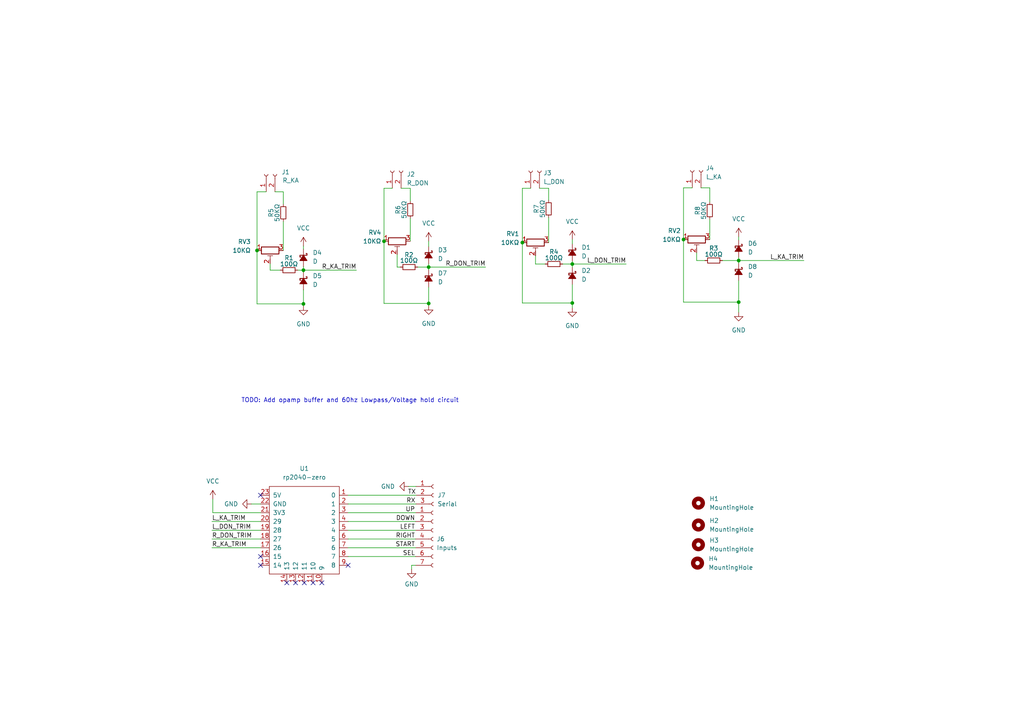
<source format=kicad_sch>
(kicad_sch (version 20230121) (generator eeschema)

  (uuid b6e61a08-3886-444d-86c1-0c83e1d43fdd)

  (paper "A4")

  (lib_symbols
    (symbol "Connector:Conn_01x02_Socket" (pin_names (offset 1.016) hide) (in_bom yes) (on_board yes)
      (property "Reference" "J" (at 0 2.54 0)
        (effects (font (size 1.27 1.27)))
      )
      (property "Value" "Conn_01x02_Socket" (at 0 -5.08 0)
        (effects (font (size 1.27 1.27)))
      )
      (property "Footprint" "" (at 0 0 0)
        (effects (font (size 1.27 1.27)) hide)
      )
      (property "Datasheet" "~" (at 0 0 0)
        (effects (font (size 1.27 1.27)) hide)
      )
      (property "ki_locked" "" (at 0 0 0)
        (effects (font (size 1.27 1.27)))
      )
      (property "ki_keywords" "connector" (at 0 0 0)
        (effects (font (size 1.27 1.27)) hide)
      )
      (property "ki_description" "Generic connector, single row, 01x02, script generated" (at 0 0 0)
        (effects (font (size 1.27 1.27)) hide)
      )
      (property "ki_fp_filters" "Connector*:*_1x??_*" (at 0 0 0)
        (effects (font (size 1.27 1.27)) hide)
      )
      (symbol "Conn_01x02_Socket_1_1"
        (arc (start 0 -2.032) (mid -0.5058 -2.54) (end 0 -3.048)
          (stroke (width 0.1524) (type default))
          (fill (type none))
        )
        (polyline
          (pts
            (xy -1.27 -2.54)
            (xy -0.508 -2.54)
          )
          (stroke (width 0.1524) (type default))
          (fill (type none))
        )
        (polyline
          (pts
            (xy -1.27 0)
            (xy -0.508 0)
          )
          (stroke (width 0.1524) (type default))
          (fill (type none))
        )
        (arc (start 0 0.508) (mid -0.5058 0) (end 0 -0.508)
          (stroke (width 0.1524) (type default))
          (fill (type none))
        )
        (pin passive line (at -5.08 0 0) (length 3.81)
          (name "Pin_1" (effects (font (size 1.27 1.27))))
          (number "1" (effects (font (size 1.27 1.27))))
        )
        (pin passive line (at -5.08 -2.54 0) (length 3.81)
          (name "Pin_2" (effects (font (size 1.27 1.27))))
          (number "2" (effects (font (size 1.27 1.27))))
        )
      )
    )
    (symbol "Connector:Conn_01x03_Socket" (pin_names (offset 1.016) hide) (in_bom yes) (on_board yes)
      (property "Reference" "J" (at 0 5.08 0)
        (effects (font (size 1.27 1.27)))
      )
      (property "Value" "Conn_01x03_Socket" (at 0 -5.08 0)
        (effects (font (size 1.27 1.27)))
      )
      (property "Footprint" "" (at 0 0 0)
        (effects (font (size 1.27 1.27)) hide)
      )
      (property "Datasheet" "~" (at 0 0 0)
        (effects (font (size 1.27 1.27)) hide)
      )
      (property "ki_locked" "" (at 0 0 0)
        (effects (font (size 1.27 1.27)))
      )
      (property "ki_keywords" "connector" (at 0 0 0)
        (effects (font (size 1.27 1.27)) hide)
      )
      (property "ki_description" "Generic connector, single row, 01x03, script generated" (at 0 0 0)
        (effects (font (size 1.27 1.27)) hide)
      )
      (property "ki_fp_filters" "Connector*:*_1x??_*" (at 0 0 0)
        (effects (font (size 1.27 1.27)) hide)
      )
      (symbol "Conn_01x03_Socket_1_1"
        (arc (start 0 -2.032) (mid -0.5058 -2.54) (end 0 -3.048)
          (stroke (width 0.1524) (type default))
          (fill (type none))
        )
        (polyline
          (pts
            (xy -1.27 -2.54)
            (xy -0.508 -2.54)
          )
          (stroke (width 0.1524) (type default))
          (fill (type none))
        )
        (polyline
          (pts
            (xy -1.27 0)
            (xy -0.508 0)
          )
          (stroke (width 0.1524) (type default))
          (fill (type none))
        )
        (polyline
          (pts
            (xy -1.27 2.54)
            (xy -0.508 2.54)
          )
          (stroke (width 0.1524) (type default))
          (fill (type none))
        )
        (arc (start 0 0.508) (mid -0.5058 0) (end 0 -0.508)
          (stroke (width 0.1524) (type default))
          (fill (type none))
        )
        (arc (start 0 3.048) (mid -0.5058 2.54) (end 0 2.032)
          (stroke (width 0.1524) (type default))
          (fill (type none))
        )
        (pin passive line (at -5.08 2.54 0) (length 3.81)
          (name "Pin_1" (effects (font (size 1.27 1.27))))
          (number "1" (effects (font (size 1.27 1.27))))
        )
        (pin passive line (at -5.08 0 0) (length 3.81)
          (name "Pin_2" (effects (font (size 1.27 1.27))))
          (number "2" (effects (font (size 1.27 1.27))))
        )
        (pin passive line (at -5.08 -2.54 0) (length 3.81)
          (name "Pin_3" (effects (font (size 1.27 1.27))))
          (number "3" (effects (font (size 1.27 1.27))))
        )
      )
    )
    (symbol "Connector:Conn_01x07_Socket" (pin_names (offset 1.016) hide) (in_bom yes) (on_board yes)
      (property "Reference" "J" (at 0 10.16 0)
        (effects (font (size 1.27 1.27)))
      )
      (property "Value" "Conn_01x07_Socket" (at 0 -10.16 0)
        (effects (font (size 1.27 1.27)))
      )
      (property "Footprint" "" (at 0 0 0)
        (effects (font (size 1.27 1.27)) hide)
      )
      (property "Datasheet" "~" (at 0 0 0)
        (effects (font (size 1.27 1.27)) hide)
      )
      (property "ki_locked" "" (at 0 0 0)
        (effects (font (size 1.27 1.27)))
      )
      (property "ki_keywords" "connector" (at 0 0 0)
        (effects (font (size 1.27 1.27)) hide)
      )
      (property "ki_description" "Generic connector, single row, 01x07, script generated" (at 0 0 0)
        (effects (font (size 1.27 1.27)) hide)
      )
      (property "ki_fp_filters" "Connector*:*_1x??_*" (at 0 0 0)
        (effects (font (size 1.27 1.27)) hide)
      )
      (symbol "Conn_01x07_Socket_1_1"
        (arc (start 0 -7.112) (mid -0.5058 -7.62) (end 0 -8.128)
          (stroke (width 0.1524) (type default))
          (fill (type none))
        )
        (arc (start 0 -4.572) (mid -0.5058 -5.08) (end 0 -5.588)
          (stroke (width 0.1524) (type default))
          (fill (type none))
        )
        (arc (start 0 -2.032) (mid -0.5058 -2.54) (end 0 -3.048)
          (stroke (width 0.1524) (type default))
          (fill (type none))
        )
        (polyline
          (pts
            (xy -1.27 -7.62)
            (xy -0.508 -7.62)
          )
          (stroke (width 0.1524) (type default))
          (fill (type none))
        )
        (polyline
          (pts
            (xy -1.27 -5.08)
            (xy -0.508 -5.08)
          )
          (stroke (width 0.1524) (type default))
          (fill (type none))
        )
        (polyline
          (pts
            (xy -1.27 -2.54)
            (xy -0.508 -2.54)
          )
          (stroke (width 0.1524) (type default))
          (fill (type none))
        )
        (polyline
          (pts
            (xy -1.27 0)
            (xy -0.508 0)
          )
          (stroke (width 0.1524) (type default))
          (fill (type none))
        )
        (polyline
          (pts
            (xy -1.27 2.54)
            (xy -0.508 2.54)
          )
          (stroke (width 0.1524) (type default))
          (fill (type none))
        )
        (polyline
          (pts
            (xy -1.27 5.08)
            (xy -0.508 5.08)
          )
          (stroke (width 0.1524) (type default))
          (fill (type none))
        )
        (polyline
          (pts
            (xy -1.27 7.62)
            (xy -0.508 7.62)
          )
          (stroke (width 0.1524) (type default))
          (fill (type none))
        )
        (arc (start 0 0.508) (mid -0.5058 0) (end 0 -0.508)
          (stroke (width 0.1524) (type default))
          (fill (type none))
        )
        (arc (start 0 3.048) (mid -0.5058 2.54) (end 0 2.032)
          (stroke (width 0.1524) (type default))
          (fill (type none))
        )
        (arc (start 0 5.588) (mid -0.5058 5.08) (end 0 4.572)
          (stroke (width 0.1524) (type default))
          (fill (type none))
        )
        (arc (start 0 8.128) (mid -0.5058 7.62) (end 0 7.112)
          (stroke (width 0.1524) (type default))
          (fill (type none))
        )
        (pin passive line (at -5.08 7.62 0) (length 3.81)
          (name "Pin_1" (effects (font (size 1.27 1.27))))
          (number "1" (effects (font (size 1.27 1.27))))
        )
        (pin passive line (at -5.08 5.08 0) (length 3.81)
          (name "Pin_2" (effects (font (size 1.27 1.27))))
          (number "2" (effects (font (size 1.27 1.27))))
        )
        (pin passive line (at -5.08 2.54 0) (length 3.81)
          (name "Pin_3" (effects (font (size 1.27 1.27))))
          (number "3" (effects (font (size 1.27 1.27))))
        )
        (pin passive line (at -5.08 0 0) (length 3.81)
          (name "Pin_4" (effects (font (size 1.27 1.27))))
          (number "4" (effects (font (size 1.27 1.27))))
        )
        (pin passive line (at -5.08 -2.54 0) (length 3.81)
          (name "Pin_5" (effects (font (size 1.27 1.27))))
          (number "5" (effects (font (size 1.27 1.27))))
        )
        (pin passive line (at -5.08 -5.08 0) (length 3.81)
          (name "Pin_6" (effects (font (size 1.27 1.27))))
          (number "6" (effects (font (size 1.27 1.27))))
        )
        (pin passive line (at -5.08 -7.62 0) (length 3.81)
          (name "Pin_7" (effects (font (size 1.27 1.27))))
          (number "7" (effects (font (size 1.27 1.27))))
        )
      )
    )
    (symbol "Device:D_Schottky_Small_Filled" (pin_numbers hide) (pin_names (offset 0.254) hide) (in_bom yes) (on_board yes)
      (property "Reference" "D" (at -1.27 2.032 0)
        (effects (font (size 1.27 1.27)) (justify left))
      )
      (property "Value" "D_Schottky_Small_Filled" (at -7.112 -2.032 0)
        (effects (font (size 1.27 1.27)) (justify left))
      )
      (property "Footprint" "" (at 0 0 90)
        (effects (font (size 1.27 1.27)) hide)
      )
      (property "Datasheet" "~" (at 0 0 90)
        (effects (font (size 1.27 1.27)) hide)
      )
      (property "ki_keywords" "diode Schottky" (at 0 0 0)
        (effects (font (size 1.27 1.27)) hide)
      )
      (property "ki_description" "Schottky diode, small symbol, filled shape" (at 0 0 0)
        (effects (font (size 1.27 1.27)) hide)
      )
      (property "ki_fp_filters" "TO-???* *_Diode_* *SingleDiode* D_*" (at 0 0 0)
        (effects (font (size 1.27 1.27)) hide)
      )
      (symbol "D_Schottky_Small_Filled_0_1"
        (polyline
          (pts
            (xy -0.762 0)
            (xy 0.762 0)
          )
          (stroke (width 0) (type default))
          (fill (type none))
        )
        (polyline
          (pts
            (xy 0.762 -1.016)
            (xy -0.762 0)
            (xy 0.762 1.016)
            (xy 0.762 -1.016)
          )
          (stroke (width 0.254) (type default))
          (fill (type outline))
        )
        (polyline
          (pts
            (xy -1.27 0.762)
            (xy -1.27 1.016)
            (xy -0.762 1.016)
            (xy -0.762 -1.016)
            (xy -0.254 -1.016)
            (xy -0.254 -0.762)
          )
          (stroke (width 0.254) (type default))
          (fill (type none))
        )
      )
      (symbol "D_Schottky_Small_Filled_1_1"
        (pin passive line (at -2.54 0 0) (length 1.778)
          (name "K" (effects (font (size 1.27 1.27))))
          (number "1" (effects (font (size 1.27 1.27))))
        )
        (pin passive line (at 2.54 0 180) (length 1.778)
          (name "A" (effects (font (size 1.27 1.27))))
          (number "2" (effects (font (size 1.27 1.27))))
        )
      )
    )
    (symbol "Device:R_Potentiometer_Trim" (pin_names (offset 1.016) hide) (in_bom yes) (on_board yes)
      (property "Reference" "RV" (at -4.445 0 90)
        (effects (font (size 1.27 1.27)))
      )
      (property "Value" "R_Potentiometer_Trim" (at -2.54 0 90)
        (effects (font (size 1.27 1.27)))
      )
      (property "Footprint" "" (at 0 0 0)
        (effects (font (size 1.27 1.27)) hide)
      )
      (property "Datasheet" "~" (at 0 0 0)
        (effects (font (size 1.27 1.27)) hide)
      )
      (property "ki_keywords" "resistor variable trimpot trimmer" (at 0 0 0)
        (effects (font (size 1.27 1.27)) hide)
      )
      (property "ki_description" "Trim-potentiometer" (at 0 0 0)
        (effects (font (size 1.27 1.27)) hide)
      )
      (property "ki_fp_filters" "Potentiometer*" (at 0 0 0)
        (effects (font (size 1.27 1.27)) hide)
      )
      (symbol "R_Potentiometer_Trim_0_1"
        (polyline
          (pts
            (xy 1.524 0.762)
            (xy 1.524 -0.762)
          )
          (stroke (width 0) (type default))
          (fill (type none))
        )
        (polyline
          (pts
            (xy 2.54 0)
            (xy 1.524 0)
          )
          (stroke (width 0) (type default))
          (fill (type none))
        )
        (rectangle (start 1.016 2.54) (end -1.016 -2.54)
          (stroke (width 0.254) (type default))
          (fill (type none))
        )
      )
      (symbol "R_Potentiometer_Trim_1_1"
        (pin passive line (at 0 3.81 270) (length 1.27)
          (name "1" (effects (font (size 1.27 1.27))))
          (number "1" (effects (font (size 1.27 1.27))))
        )
        (pin passive line (at 3.81 0 180) (length 1.27)
          (name "2" (effects (font (size 1.27 1.27))))
          (number "2" (effects (font (size 1.27 1.27))))
        )
        (pin passive line (at 0 -3.81 90) (length 1.27)
          (name "3" (effects (font (size 1.27 1.27))))
          (number "3" (effects (font (size 1.27 1.27))))
        )
      )
    )
    (symbol "Device:R_Small" (pin_numbers hide) (pin_names (offset 0.254) hide) (in_bom yes) (on_board yes)
      (property "Reference" "R" (at 0.762 0.508 0)
        (effects (font (size 1.27 1.27)) (justify left))
      )
      (property "Value" "R_Small" (at 0.762 -1.016 0)
        (effects (font (size 1.27 1.27)) (justify left))
      )
      (property "Footprint" "" (at 0 0 0)
        (effects (font (size 1.27 1.27)) hide)
      )
      (property "Datasheet" "~" (at 0 0 0)
        (effects (font (size 1.27 1.27)) hide)
      )
      (property "ki_keywords" "R resistor" (at 0 0 0)
        (effects (font (size 1.27 1.27)) hide)
      )
      (property "ki_description" "Resistor, small symbol" (at 0 0 0)
        (effects (font (size 1.27 1.27)) hide)
      )
      (property "ki_fp_filters" "R_*" (at 0 0 0)
        (effects (font (size 1.27 1.27)) hide)
      )
      (symbol "R_Small_0_1"
        (rectangle (start -0.762 1.778) (end 0.762 -1.778)
          (stroke (width 0.2032) (type default))
          (fill (type none))
        )
      )
      (symbol "R_Small_1_1"
        (pin passive line (at 0 2.54 270) (length 0.762)
          (name "~" (effects (font (size 1.27 1.27))))
          (number "1" (effects (font (size 1.27 1.27))))
        )
        (pin passive line (at 0 -2.54 90) (length 0.762)
          (name "~" (effects (font (size 1.27 1.27))))
          (number "2" (effects (font (size 1.27 1.27))))
        )
      )
    )
    (symbol "Mechanical:MountingHole" (pin_names (offset 1.016)) (in_bom yes) (on_board yes)
      (property "Reference" "H" (at 0 5.08 0)
        (effects (font (size 1.27 1.27)))
      )
      (property "Value" "MountingHole" (at 0 3.175 0)
        (effects (font (size 1.27 1.27)))
      )
      (property "Footprint" "" (at 0 0 0)
        (effects (font (size 1.27 1.27)) hide)
      )
      (property "Datasheet" "~" (at 0 0 0)
        (effects (font (size 1.27 1.27)) hide)
      )
      (property "ki_keywords" "mounting hole" (at 0 0 0)
        (effects (font (size 1.27 1.27)) hide)
      )
      (property "ki_description" "Mounting Hole without connection" (at 0 0 0)
        (effects (font (size 1.27 1.27)) hide)
      )
      (property "ki_fp_filters" "MountingHole*" (at 0 0 0)
        (effects (font (size 1.27 1.27)) hide)
      )
      (symbol "MountingHole_0_1"
        (circle (center 0 0) (radius 1.27)
          (stroke (width 1.27) (type default))
          (fill (type none))
        )
      )
    )
    (symbol "mcu:rp2040-zero" (pin_names (offset 1.016)) (in_bom yes) (on_board yes)
      (property "Reference" "U" (at 0 15.24 0)
        (effects (font (size 1.27 1.27)))
      )
      (property "Value" "rp2040-zero" (at 0 12.7 0)
        (effects (font (size 1.27 1.27)))
      )
      (property "Footprint" "" (at -8.89 5.08 0)
        (effects (font (size 1.27 1.27)) hide)
      )
      (property "Datasheet" "" (at -8.89 5.08 0)
        (effects (font (size 1.27 1.27)) hide)
      )
      (symbol "rp2040-zero_0_1"
        (rectangle (start -10.16 11.43) (end 10.16 -13.97)
          (stroke (width 0) (type default))
          (fill (type none))
        )
      )
      (symbol "rp2040-zero_1_1"
        (pin bidirectional line (at 12.7 8.89 180) (length 2.54)
          (name "0" (effects (font (size 1.27 1.27))))
          (number "1" (effects (font (size 1.27 1.27))))
        )
        (pin bidirectional line (at 5.08 -16.51 90) (length 2.54)
          (name "9" (effects (font (size 1.27 1.27))))
          (number "10" (effects (font (size 1.27 1.27))))
        )
        (pin bidirectional line (at 2.54 -16.51 90) (length 2.54)
          (name "10" (effects (font (size 1.27 1.27))))
          (number "11" (effects (font (size 1.27 1.27))))
        )
        (pin bidirectional line (at 0 -16.51 90) (length 2.54)
          (name "11" (effects (font (size 1.27 1.27))))
          (number "12" (effects (font (size 1.27 1.27))))
        )
        (pin bidirectional line (at -2.54 -16.51 90) (length 2.54)
          (name "12" (effects (font (size 1.27 1.27))))
          (number "13" (effects (font (size 1.27 1.27))))
        )
        (pin bidirectional line (at -5.08 -16.51 90) (length 2.54)
          (name "13" (effects (font (size 1.27 1.27))))
          (number "14" (effects (font (size 1.27 1.27))))
        )
        (pin bidirectional line (at -12.7 -11.43 0) (length 2.54)
          (name "14" (effects (font (size 1.27 1.27))))
          (number "15" (effects (font (size 1.27 1.27))))
        )
        (pin bidirectional line (at -12.7 -8.89 0) (length 2.54)
          (name "15" (effects (font (size 1.27 1.27))))
          (number "16" (effects (font (size 1.27 1.27))))
        )
        (pin bidirectional line (at -12.7 -6.35 0) (length 2.54)
          (name "26" (effects (font (size 1.27 1.27))))
          (number "17" (effects (font (size 1.27 1.27))))
        )
        (pin bidirectional line (at -12.7 -3.81 0) (length 2.54)
          (name "27" (effects (font (size 1.27 1.27))))
          (number "18" (effects (font (size 1.27 1.27))))
        )
        (pin bidirectional line (at -12.7 -1.27 0) (length 2.54)
          (name "28" (effects (font (size 1.27 1.27))))
          (number "19" (effects (font (size 1.27 1.27))))
        )
        (pin bidirectional line (at 12.7 6.35 180) (length 2.54)
          (name "1" (effects (font (size 1.27 1.27))))
          (number "2" (effects (font (size 1.27 1.27))))
        )
        (pin bidirectional line (at -12.7 1.27 0) (length 2.54)
          (name "29" (effects (font (size 1.27 1.27))))
          (number "20" (effects (font (size 1.27 1.27))))
        )
        (pin power_out line (at -12.7 3.81 0) (length 2.54)
          (name "3V3" (effects (font (size 1.27 1.27))))
          (number "21" (effects (font (size 1.27 1.27))))
        )
        (pin power_out line (at -12.7 6.35 0) (length 2.54)
          (name "GND" (effects (font (size 1.27 1.27))))
          (number "22" (effects (font (size 1.27 1.27))))
        )
        (pin power_out line (at -12.7 8.89 0) (length 2.54)
          (name "5V" (effects (font (size 1.27 1.27))))
          (number "23" (effects (font (size 1.27 1.27))))
        )
        (pin bidirectional line (at 12.7 3.81 180) (length 2.54)
          (name "2" (effects (font (size 1.27 1.27))))
          (number "3" (effects (font (size 1.27 1.27))))
        )
        (pin bidirectional line (at 12.7 1.27 180) (length 2.54)
          (name "3" (effects (font (size 1.27 1.27))))
          (number "4" (effects (font (size 1.27 1.27))))
        )
        (pin bidirectional line (at 12.7 -1.27 180) (length 2.54)
          (name "4" (effects (font (size 1.27 1.27))))
          (number "5" (effects (font (size 1.27 1.27))))
        )
        (pin bidirectional line (at 12.7 -3.81 180) (length 2.54)
          (name "5" (effects (font (size 1.27 1.27))))
          (number "6" (effects (font (size 1.27 1.27))))
        )
        (pin bidirectional line (at 12.7 -6.35 180) (length 2.54)
          (name "6" (effects (font (size 1.27 1.27))))
          (number "7" (effects (font (size 1.27 1.27))))
        )
        (pin bidirectional line (at 12.7 -8.89 180) (length 2.54)
          (name "7" (effects (font (size 1.27 1.27))))
          (number "8" (effects (font (size 1.27 1.27))))
        )
        (pin bidirectional line (at 12.7 -11.43 180) (length 2.54)
          (name "8" (effects (font (size 1.27 1.27))))
          (number "9" (effects (font (size 1.27 1.27))))
        )
      )
    )
    (symbol "power:GND" (power) (pin_names (offset 0)) (in_bom yes) (on_board yes)
      (property "Reference" "#PWR" (at 0 -6.35 0)
        (effects (font (size 1.27 1.27)) hide)
      )
      (property "Value" "GND" (at 0 -3.81 0)
        (effects (font (size 1.27 1.27)))
      )
      (property "Footprint" "" (at 0 0 0)
        (effects (font (size 1.27 1.27)) hide)
      )
      (property "Datasheet" "" (at 0 0 0)
        (effects (font (size 1.27 1.27)) hide)
      )
      (property "ki_keywords" "global power" (at 0 0 0)
        (effects (font (size 1.27 1.27)) hide)
      )
      (property "ki_description" "Power symbol creates a global label with name \"GND\" , ground" (at 0 0 0)
        (effects (font (size 1.27 1.27)) hide)
      )
      (symbol "GND_0_1"
        (polyline
          (pts
            (xy 0 0)
            (xy 0 -1.27)
            (xy 1.27 -1.27)
            (xy 0 -2.54)
            (xy -1.27 -1.27)
            (xy 0 -1.27)
          )
          (stroke (width 0) (type default))
          (fill (type none))
        )
      )
      (symbol "GND_1_1"
        (pin power_in line (at 0 0 270) (length 0) hide
          (name "GND" (effects (font (size 1.27 1.27))))
          (number "1" (effects (font (size 1.27 1.27))))
        )
      )
    )
    (symbol "power:VCC" (power) (pin_names (offset 0)) (in_bom yes) (on_board yes)
      (property "Reference" "#PWR" (at 0 -3.81 0)
        (effects (font (size 1.27 1.27)) hide)
      )
      (property "Value" "VCC" (at 0 3.81 0)
        (effects (font (size 1.27 1.27)))
      )
      (property "Footprint" "" (at 0 0 0)
        (effects (font (size 1.27 1.27)) hide)
      )
      (property "Datasheet" "" (at 0 0 0)
        (effects (font (size 1.27 1.27)) hide)
      )
      (property "ki_keywords" "global power" (at 0 0 0)
        (effects (font (size 1.27 1.27)) hide)
      )
      (property "ki_description" "Power symbol creates a global label with name \"VCC\"" (at 0 0 0)
        (effects (font (size 1.27 1.27)) hide)
      )
      (symbol "VCC_0_1"
        (polyline
          (pts
            (xy -0.762 1.27)
            (xy 0 2.54)
          )
          (stroke (width 0) (type default))
          (fill (type none))
        )
        (polyline
          (pts
            (xy 0 0)
            (xy 0 2.54)
          )
          (stroke (width 0) (type default))
          (fill (type none))
        )
        (polyline
          (pts
            (xy 0 2.54)
            (xy 0.762 1.27)
          )
          (stroke (width 0) (type default))
          (fill (type none))
        )
      )
      (symbol "VCC_1_1"
        (pin power_in line (at 0 0 90) (length 0) hide
          (name "VCC" (effects (font (size 1.27 1.27))))
          (number "1" (effects (font (size 1.27 1.27))))
        )
      )
    )
  )

  (junction (at 74.549 72.644) (diameter 0) (color 0 0 0 0)
    (uuid 177f9953-8c33-47b8-ad0c-e57d8ccaf39e)
  )
  (junction (at 214.249 87.63) (diameter 0) (color 0 0 0 0)
    (uuid 1ad44bc2-429f-4d40-9a97-826df9a66750)
  )
  (junction (at 214.249 75.565) (diameter 0) (color 0 0 0 0)
    (uuid 2398b020-e0ea-4a57-a735-d2b9ca42ce29)
  )
  (junction (at 198.247 69.469) (diameter 0) (color 0 0 0 0)
    (uuid 379d3f45-0479-4a3c-960c-c05a489d732b)
  )
  (junction (at 88.011 88.138) (diameter 0) (color 0 0 0 0)
    (uuid 58dc3de9-5bd8-4b48-a211-901c36d06db0)
  )
  (junction (at 124.333 77.47) (diameter 0) (color 0 0 0 0)
    (uuid 60c3ee62-3a7d-420f-9ad0-cdc238dc0e0a)
  )
  (junction (at 151.511 70.358) (diameter 0) (color 0 0 0 0)
    (uuid 63ec3dfb-0d36-43e9-aeef-6228018924ae)
  )
  (junction (at 165.989 76.581) (diameter 0) (color 0 0 0 0)
    (uuid 6e3e3cd9-818d-4cc8-8867-9e5d80d85af0)
  )
  (junction (at 111.379 69.977) (diameter 0) (color 0 0 0 0)
    (uuid c16fc467-13a8-4471-8eba-c1920bb90d3a)
  )
  (junction (at 165.989 87.884) (diameter 0) (color 0 0 0 0)
    (uuid c37adb68-df08-4002-ba88-7b039ae0eab0)
  )
  (junction (at 88.011 78.359) (diameter 0) (color 0 0 0 0)
    (uuid c42afd87-74b6-4b69-b951-2068c21016a1)
  )
  (junction (at 124.333 88.011) (diameter 0) (color 0 0 0 0)
    (uuid f3ae537b-93c5-4008-a40c-9156dba060e7)
  )

  (no_connect (at 90.805 169.037) (uuid 07f00510-ac5e-4ecc-a13c-f8922b470fa7))
  (no_connect (at 83.185 169.037) (uuid 08d1ddd6-5658-472f-8524-8d090a0142d5))
  (no_connect (at 75.565 163.957) (uuid 20941776-9571-4b77-b530-a61057d23910))
  (no_connect (at 88.265 169.037) (uuid 3fc6001d-b23a-466c-a8ff-f47ca3a75e06))
  (no_connect (at 75.565 143.637) (uuid 5a1cfd8c-b2d0-4261-8336-7c74b2077583))
  (no_connect (at 75.565 161.417) (uuid a7198d37-0d6c-4844-a84f-526eb46123e7))
  (no_connect (at 100.965 163.957) (uuid b4e960f9-3fd9-4a7d-82be-5d37b293c543))
  (no_connect (at 85.725 169.037) (uuid bdcf8963-9c8d-409b-a035-a2972123a6f7))
  (no_connect (at 93.345 169.037) (uuid dbc9e7df-63fc-47fb-b852-50af9eb43765))

  (wire (pts (xy 78.359 76.454) (xy 78.359 78.359))
    (stroke (width 0) (type default))
    (uuid 03d0ce2d-21eb-4667-9080-80968eb51bb4)
  )
  (wire (pts (xy 151.511 70.358) (xy 151.511 54.61))
    (stroke (width 0) (type default))
    (uuid 05210260-a16f-4fe4-a675-975097c5c213)
  )
  (wire (pts (xy 205.867 54.483) (xy 205.867 58.547))
    (stroke (width 0) (type default))
    (uuid 062a42f7-d2aa-488e-bfac-9141ad47c6e1)
  )
  (wire (pts (xy 118.999 54.61) (xy 118.999 58.293))
    (stroke (width 0) (type default))
    (uuid 07e135cd-8d8f-4086-9d7c-f5ef0d588a17)
  )
  (wire (pts (xy 88.011 71.374) (xy 88.011 72.263))
    (stroke (width 0) (type default))
    (uuid 08ac726b-385b-4af4-9f5e-c87aa176f253)
  )
  (wire (pts (xy 88.011 78.359) (xy 103.378 78.359))
    (stroke (width 0) (type default))
    (uuid 0a9d24de-cdd2-4ad5-acd4-bdba05f68c56)
  )
  (wire (pts (xy 214.249 75.565) (xy 233.172 75.565))
    (stroke (width 0) (type default))
    (uuid 0c6bff8a-ca5d-42a9-aa28-82d93b698487)
  )
  (wire (pts (xy 214.249 87.63) (xy 214.249 90.551))
    (stroke (width 0) (type default))
    (uuid 124fea04-684a-4ede-b276-ae43fa25c909)
  )
  (wire (pts (xy 159.131 63.119) (xy 159.131 70.358))
    (stroke (width 0) (type default))
    (uuid 19f0acee-ed75-4520-99e4-a703209b17c6)
  )
  (wire (pts (xy 61.468 156.337) (xy 75.565 156.337))
    (stroke (width 0) (type default))
    (uuid 1c6b6ecf-7fa2-403b-8377-53218cb0afe6)
  )
  (wire (pts (xy 61.468 153.797) (xy 75.565 153.797))
    (stroke (width 0) (type default))
    (uuid 1e22aa27-fab7-4329-addb-7df4e3638a5c)
  )
  (wire (pts (xy 88.011 77.343) (xy 88.011 78.359))
    (stroke (width 0) (type default))
    (uuid 2105253e-98b7-4e97-89f4-d2463b22a31c)
  )
  (wire (pts (xy 121.158 77.47) (xy 124.333 77.47))
    (stroke (width 0) (type default))
    (uuid 260542ab-493c-46f4-94e9-65911dd83b54)
  )
  (wire (pts (xy 202.057 73.279) (xy 202.057 75.565))
    (stroke (width 0) (type default))
    (uuid 2c50b5e9-7d87-48bf-937c-b1a5d453ec07)
  )
  (wire (pts (xy 159.131 54.61) (xy 159.131 58.039))
    (stroke (width 0) (type default))
    (uuid 2d41a7a8-cdeb-439a-ba1a-9b3e969acf75)
  )
  (wire (pts (xy 203.327 54.483) (xy 205.867 54.483))
    (stroke (width 0) (type default))
    (uuid 2d4f64a8-6406-46e6-b5be-4809c4a8d9dd)
  )
  (wire (pts (xy 82.169 55.626) (xy 82.169 59.182))
    (stroke (width 0) (type default))
    (uuid 31d5a8c6-ea43-4bdb-99ab-205179938c36)
  )
  (wire (pts (xy 165.989 69.469) (xy 165.989 70.739))
    (stroke (width 0) (type default))
    (uuid 360737eb-54f5-40c8-9d41-93c6583a4c2c)
  )
  (wire (pts (xy 100.965 146.177) (xy 120.65 146.177))
    (stroke (width 0) (type default))
    (uuid 3db3bb41-fb3a-4c78-b015-dff75c2b4992)
  )
  (wire (pts (xy 86.36 78.359) (xy 88.011 78.359))
    (stroke (width 0) (type default))
    (uuid 3e17b13f-ed6f-4b09-8a7b-b1395ed03360)
  )
  (wire (pts (xy 100.965 153.797) (xy 120.523 153.797))
    (stroke (width 0) (type default))
    (uuid 3e3068cf-838c-4b6d-b373-7dc43f7ac9a6)
  )
  (wire (pts (xy 119.38 163.957) (xy 120.523 163.957))
    (stroke (width 0) (type default))
    (uuid 3e3859c7-6c1c-459b-adc1-595b122ce73a)
  )
  (wire (pts (xy 100.965 156.337) (xy 120.523 156.337))
    (stroke (width 0) (type default))
    (uuid 43f1bf2a-4fb7-4f42-9bb1-42487cbb098c)
  )
  (wire (pts (xy 113.792 54.61) (xy 111.379 54.61))
    (stroke (width 0) (type default))
    (uuid 4484e676-9dd9-44e0-bcbd-8f626bf7c741)
  )
  (wire (pts (xy 74.549 55.626) (xy 74.549 72.644))
    (stroke (width 0) (type default))
    (uuid 44d6031b-5273-4d25-b3e4-bec4d62426bf)
  )
  (wire (pts (xy 74.549 88.138) (xy 88.011 88.138))
    (stroke (width 0) (type default))
    (uuid 49e9d831-078a-4a8c-9393-fdda306358ae)
  )
  (wire (pts (xy 88.011 84.074) (xy 88.011 88.138))
    (stroke (width 0) (type default))
    (uuid 4a74a6ad-0221-4527-8c79-0d1f10334453)
  )
  (wire (pts (xy 151.511 54.61) (xy 153.924 54.61))
    (stroke (width 0) (type default))
    (uuid 4be8df46-2168-4b73-9546-77727fd689b6)
  )
  (wire (pts (xy 198.247 69.469) (xy 198.247 87.63))
    (stroke (width 0) (type default))
    (uuid 4e1bbfde-68e3-4008-8dce-bdaf758b7986)
  )
  (wire (pts (xy 100.965 158.877) (xy 120.523 158.877))
    (stroke (width 0) (type default))
    (uuid 5d6a04f2-8f44-4aac-aa1f-25327f3fdf5f)
  )
  (wire (pts (xy 124.333 69.977) (xy 124.333 71.501))
    (stroke (width 0) (type default))
    (uuid 67f3c075-d9e8-4dac-bffc-7f56d82a35c2)
  )
  (wire (pts (xy 118.491 141.097) (xy 120.65 141.097))
    (stroke (width 0) (type default))
    (uuid 6c89cad0-5656-46e5-ace7-6952414252fb)
  )
  (wire (pts (xy 88.011 88.138) (xy 88.011 88.773))
    (stroke (width 0) (type default))
    (uuid 6dae95af-9f57-46b1-a6af-8a71fe9d8b19)
  )
  (wire (pts (xy 61.722 144.78) (xy 61.722 148.717))
    (stroke (width 0) (type default))
    (uuid 75ffed26-28db-4f95-8f2e-1a6c21d0087a)
  )
  (wire (pts (xy 165.989 87.884) (xy 165.989 89.281))
    (stroke (width 0) (type default))
    (uuid 7843ee00-1575-4df7-8a58-f658d3168f59)
  )
  (wire (pts (xy 79.756 55.626) (xy 82.169 55.626))
    (stroke (width 0) (type default))
    (uuid 8327ede2-df4a-4d8d-ad47-f024094c1fed)
  )
  (wire (pts (xy 165.989 82.55) (xy 165.989 87.884))
    (stroke (width 0) (type default))
    (uuid 83f4419e-6f77-46b4-a523-fe7fdc59f2d2)
  )
  (wire (pts (xy 124.333 77.47) (xy 140.843 77.47))
    (stroke (width 0) (type default))
    (uuid 84fa0596-3fec-4a70-8513-19960ecbf436)
  )
  (wire (pts (xy 200.787 54.483) (xy 198.247 54.483))
    (stroke (width 0) (type default))
    (uuid 85d674b4-d474-4f4e-a68d-a18277f18afe)
  )
  (wire (pts (xy 198.247 87.63) (xy 214.249 87.63))
    (stroke (width 0) (type default))
    (uuid 873ec99b-db4a-4467-b175-68c526a6a188)
  )
  (wire (pts (xy 61.722 148.717) (xy 75.565 148.717))
    (stroke (width 0) (type default))
    (uuid 8741a9df-9502-4ffd-8266-a558f0bbbb6e)
  )
  (wire (pts (xy 165.989 76.581) (xy 181.61 76.581))
    (stroke (width 0) (type default))
    (uuid 8dcba319-0a29-4ab7-8401-c28370f27353)
  )
  (wire (pts (xy 78.359 78.359) (xy 81.28 78.359))
    (stroke (width 0) (type default))
    (uuid 96f30bfe-bd49-4099-8e81-a224bc93a8ef)
  )
  (wire (pts (xy 209.55 75.565) (xy 214.249 75.565))
    (stroke (width 0) (type default))
    (uuid 9be22a6d-744d-4f36-8ee3-2de38bad8200)
  )
  (wire (pts (xy 151.511 70.358) (xy 151.511 87.884))
    (stroke (width 0) (type default))
    (uuid a0dc7ea3-1231-44d0-9fa9-f43cc0d99a3c)
  )
  (wire (pts (xy 119.38 165.1) (xy 119.38 163.957))
    (stroke (width 0) (type default))
    (uuid a1ba3dda-b0d0-4b05-9b45-283b41cac9e0)
  )
  (wire (pts (xy 61.468 158.877) (xy 75.565 158.877))
    (stroke (width 0) (type default))
    (uuid a68b4390-3a59-4fd0-950e-c58c0cafdd26)
  )
  (wire (pts (xy 155.321 76.581) (xy 158.115 76.581))
    (stroke (width 0) (type default))
    (uuid a69c2d7b-d792-40da-bd74-06742362862a)
  )
  (wire (pts (xy 72.898 146.177) (xy 75.565 146.177))
    (stroke (width 0) (type default))
    (uuid a6afb0c7-a828-47bc-ba13-2b2b87a43bf1)
  )
  (wire (pts (xy 163.195 76.581) (xy 165.989 76.581))
    (stroke (width 0) (type default))
    (uuid a8b3b95f-d08a-4a37-a30e-9f210854d515)
  )
  (wire (pts (xy 77.216 55.626) (xy 74.549 55.626))
    (stroke (width 0) (type default))
    (uuid a906b960-7259-4952-aa0c-fcdf66d6610e)
  )
  (wire (pts (xy 111.379 88.011) (xy 111.379 69.977))
    (stroke (width 0) (type default))
    (uuid acd97ccc-15cc-4100-8e51-8c0aba3444af)
  )
  (wire (pts (xy 151.511 87.884) (xy 165.989 87.884))
    (stroke (width 0) (type default))
    (uuid ad669345-c9fb-4ce6-9b68-a7601e10204d)
  )
  (wire (pts (xy 124.333 77.47) (xy 124.333 78.232))
    (stroke (width 0) (type default))
    (uuid ae944aa7-5a9f-4756-924e-043e9ea9f060)
  )
  (wire (pts (xy 165.989 75.819) (xy 165.989 76.581))
    (stroke (width 0) (type default))
    (uuid af2fecb1-c6a6-4b36-b4f2-1d2bf2ca4440)
  )
  (wire (pts (xy 118.999 54.61) (xy 116.332 54.61))
    (stroke (width 0) (type default))
    (uuid b220c25f-65ed-40ae-805f-2742052893ac)
  )
  (wire (pts (xy 165.989 76.581) (xy 165.989 77.47))
    (stroke (width 0) (type default))
    (uuid b3ea5253-825e-43c0-8f6d-ce8def75ac86)
  )
  (wire (pts (xy 214.249 75.565) (xy 214.249 76.327))
    (stroke (width 0) (type default))
    (uuid b6514bd8-a118-4ad6-a267-859c5447a8ff)
  )
  (wire (pts (xy 214.249 68.707) (xy 214.249 69.596))
    (stroke (width 0) (type default))
    (uuid b6771485-3d68-4c15-9990-11e7c1324b67)
  )
  (wire (pts (xy 198.247 54.483) (xy 198.247 69.469))
    (stroke (width 0) (type default))
    (uuid bad1d154-a5ff-43a0-abbe-19a297a82d15)
  )
  (wire (pts (xy 155.321 74.168) (xy 155.321 76.581))
    (stroke (width 0) (type default))
    (uuid bb4cd91e-41c9-422b-b96c-d46e9aabb9bb)
  )
  (wire (pts (xy 74.549 72.644) (xy 74.549 88.138))
    (stroke (width 0) (type default))
    (uuid be98e356-d9a4-4ed7-bc98-f8ee0e2e8857)
  )
  (wire (pts (xy 118.999 69.977) (xy 118.999 63.373))
    (stroke (width 0) (type default))
    (uuid c48ffb6d-fc4e-4d25-81d4-da1fd947485b)
  )
  (wire (pts (xy 61.468 151.257) (xy 75.565 151.257))
    (stroke (width 0) (type default))
    (uuid ca82fb6b-3de7-44b6-a92f-2752edcadf43)
  )
  (wire (pts (xy 214.249 74.676) (xy 214.249 75.565))
    (stroke (width 0) (type default))
    (uuid cb7d9dd6-fa49-496d-ace6-3fd85fc567ba)
  )
  (wire (pts (xy 124.333 88.011) (xy 124.333 88.646))
    (stroke (width 0) (type default))
    (uuid cc64696f-6d64-441e-bd41-c8d9341d5812)
  )
  (wire (pts (xy 202.057 75.565) (xy 204.47 75.565))
    (stroke (width 0) (type default))
    (uuid d30fe3fc-fd6f-46a7-a883-5888c946a88b)
  )
  (wire (pts (xy 124.333 76.581) (xy 124.333 77.47))
    (stroke (width 0) (type default))
    (uuid d7196788-94a1-4e63-a504-d2695b8e6ecd)
  )
  (wire (pts (xy 100.965 148.717) (xy 120.523 148.717))
    (stroke (width 0) (type default))
    (uuid d88574e4-80bd-47d7-89f0-a9d75db122e0)
  )
  (wire (pts (xy 100.965 161.417) (xy 120.523 161.417))
    (stroke (width 0) (type default))
    (uuid da4bfb1a-c6d2-40cb-927c-6c1bfba80a7f)
  )
  (wire (pts (xy 88.011 78.359) (xy 88.011 78.994))
    (stroke (width 0) (type default))
    (uuid daf4f207-4083-4706-bda9-54f598be693c)
  )
  (wire (pts (xy 100.965 143.637) (xy 120.65 143.637))
    (stroke (width 0) (type default))
    (uuid dbb1b78a-3d99-4990-813e-c34c91a6af91)
  )
  (wire (pts (xy 124.333 83.312) (xy 124.333 88.011))
    (stroke (width 0) (type default))
    (uuid e2720e64-3da7-43b1-9a9a-fdd84dbd3bfb)
  )
  (wire (pts (xy 124.333 88.011) (xy 111.379 88.011))
    (stroke (width 0) (type default))
    (uuid e451a338-464e-4949-9af3-67f0cf045649)
  )
  (wire (pts (xy 205.867 63.627) (xy 205.867 69.469))
    (stroke (width 0) (type default))
    (uuid e911fb16-1c07-4677-a233-6c1bd9cabc8e)
  )
  (wire (pts (xy 111.379 54.61) (xy 111.379 69.977))
    (stroke (width 0) (type default))
    (uuid ec876e08-3b3b-4004-8998-af017d3ae473)
  )
  (wire (pts (xy 214.249 81.407) (xy 214.249 87.63))
    (stroke (width 0) (type default))
    (uuid ee0bc219-77c0-40dd-9fdc-bb0c30cf0582)
  )
  (wire (pts (xy 115.189 77.47) (xy 116.078 77.47))
    (stroke (width 0) (type default))
    (uuid f5f2fca4-b1c1-4bca-a439-ccc604422c07)
  )
  (wire (pts (xy 156.464 54.61) (xy 159.131 54.61))
    (stroke (width 0) (type default))
    (uuid fbaf9ff4-5740-4791-a66e-befc726eff30)
  )
  (wire (pts (xy 100.965 151.257) (xy 120.523 151.257))
    (stroke (width 0) (type default))
    (uuid fbe4a902-2432-41cf-bdf8-2cfeacf88a34)
  )
  (wire (pts (xy 115.189 73.787) (xy 115.189 77.47))
    (stroke (width 0) (type default))
    (uuid fcbd286b-222d-4c29-9219-454102c84465)
  )
  (wire (pts (xy 82.169 64.262) (xy 82.169 72.644))
    (stroke (width 0) (type default))
    (uuid fcbee0b6-671f-4d25-bd1e-06b42b4eee6f)
  )

  (text "TODO: Add opamp buffer and 60hz Lowpass/Voltage hold circuit"
    (at 69.9403 116.956 0)
    (effects (font (size 1.27 1.27)) (justify left bottom))
    (uuid bfd14fca-dd21-497f-866d-2e3e14db0560)
  )

  (label "L_KA_TRIM" (at 61.468 151.257 0) (fields_autoplaced)
    (effects (font (size 1.27 1.27)) (justify left bottom))
    (uuid 05aea86d-97cf-450c-b8de-a23872d47c5c)
  )
  (label "L_DON_TRIM" (at 181.61 76.581 180) (fields_autoplaced)
    (effects (font (size 1.27 1.27)) (justify right bottom))
    (uuid 0e0b9314-c201-4df6-a774-cac40b905499)
  )
  (label "SEL" (at 120.396 161.417 180) (fields_autoplaced)
    (effects (font (size 1.27 1.27)) (justify right bottom))
    (uuid 5139cf03-b28c-4cee-b6ea-df4b7058ec23)
  )
  (label "R_KA_TRIM" (at 103.378 78.359 180) (fields_autoplaced)
    (effects (font (size 1.27 1.27)) (justify right bottom))
    (uuid 5a487297-7f4b-4d2f-8f1f-5487bb2ba990)
  )
  (label "RIGHT" (at 120.396 156.337 180) (fields_autoplaced)
    (effects (font (size 1.27 1.27)) (justify right bottom))
    (uuid 64cb350f-cb6b-4f5d-b563-e09ba0ccacf8)
  )
  (label "RX" (at 120.523 146.177 180) (fields_autoplaced)
    (effects (font (size 1.27 1.27)) (justify right bottom))
    (uuid 650a2eef-69e4-453e-88c9-bbf17b9ad6f5)
  )
  (label "LEFT" (at 120.396 153.797 180) (fields_autoplaced)
    (effects (font (size 1.27 1.27)) (justify right bottom))
    (uuid 6b24e3d9-8d04-4a2b-aa56-3ab10967fe52)
  )
  (label "R_DON_TRIM" (at 61.468 156.337 0) (fields_autoplaced)
    (effects (font (size 1.27 1.27)) (justify left bottom))
    (uuid 78fc424c-1859-411b-ba0c-6cf65eba35d2)
  )
  (label "DOWN" (at 120.396 151.257 180) (fields_autoplaced)
    (effects (font (size 1.27 1.27)) (justify right bottom))
    (uuid 87c65798-feeb-41b8-97e6-d01edace5b5b)
  )
  (label "L_KA_TRIM" (at 233.172 75.565 180) (fields_autoplaced)
    (effects (font (size 1.27 1.27)) (justify right bottom))
    (uuid 95eef817-fe42-45e5-bc3f-61eb9ef5341a)
  )
  (label "R_DON_TRIM" (at 140.843 77.47 180) (fields_autoplaced)
    (effects (font (size 1.27 1.27)) (justify right bottom))
    (uuid a6c9837f-b5fa-41c2-aa06-b74e0cdd6283)
  )
  (label "L_DON_TRIM" (at 61.468 153.797 0) (fields_autoplaced)
    (effects (font (size 1.27 1.27)) (justify left bottom))
    (uuid a770cbd1-ad18-4ecc-91f5-00b718213fa7)
  )
  (label "UP" (at 120.396 148.717 180) (fields_autoplaced)
    (effects (font (size 1.27 1.27)) (justify right bottom))
    (uuid afc0ac3e-ee53-4060-a7d1-9a394062d98c)
  )
  (label "START" (at 120.396 158.877 180) (fields_autoplaced)
    (effects (font (size 1.27 1.27)) (justify right bottom))
    (uuid dcb24a50-addf-4531-9758-f45c273d1bc6)
  )
  (label "TX" (at 120.65 143.637 180) (fields_autoplaced)
    (effects (font (size 1.27 1.27)) (justify right bottom))
    (uuid e69d8af3-f6e8-4dc8-8e28-73f97032bca9)
  )
  (label "R_KA_TRIM" (at 61.468 158.877 0) (fields_autoplaced)
    (effects (font (size 1.27 1.27)) (justify left bottom))
    (uuid ff51c981-19ea-4e1d-912f-68c73301802d)
  )

  (symbol (lib_id "Mechanical:MountingHole") (at 202.311 163.322 0) (unit 1)
    (in_bom yes) (on_board yes) (dnp no) (fields_autoplaced)
    (uuid 066e5b43-96ee-452f-a203-91cdb7f44afe)
    (property "Reference" "H4" (at 205.486 162.052 0)
      (effects (font (size 1.27 1.27)) (justify left))
    )
    (property "Value" "MountingHole" (at 205.486 164.592 0)
      (effects (font (size 1.27 1.27)) (justify left))
    )
    (property "Footprint" "MountingHole:MountingHole_2.2mm_M2" (at 202.311 163.322 0)
      (effects (font (size 1.27 1.27)) hide)
    )
    (property "Datasheet" "~" (at 202.311 163.322 0)
      (effects (font (size 1.27 1.27)) hide)
    )
    (instances
      (project "TaikoController"
        (path "/b6e61a08-3886-444d-86c1-0c83e1d43fdd"
          (reference "H4") (unit 1)
        )
      )
    )
  )

  (symbol (lib_id "Connector:Conn_01x02_Socket") (at 153.924 49.53 90) (unit 1)
    (in_bom yes) (on_board yes) (dnp no)
    (uuid 0db19e69-4a20-46d0-ab03-85515d78e7ae)
    (property "Reference" "J3" (at 157.607 50.165 90)
      (effects (font (size 1.27 1.27)) (justify right))
    )
    (property "Value" "L_DON" (at 157.607 52.705 90)
      (effects (font (size 1.27 1.27)) (justify right))
    )
    (property "Footprint" "Connector_PinHeader_2.54mm:PinHeader_1x02_P2.54mm_Vertical" (at 153.924 49.53 0)
      (effects (font (size 1.27 1.27)) hide)
    )
    (property "Datasheet" "~" (at 153.924 49.53 0)
      (effects (font (size 1.27 1.27)) hide)
    )
    (pin "1" (uuid 60c79d8d-af1a-420f-a113-dda7421e22e2))
    (pin "2" (uuid d1170a74-afb3-422b-bd74-de56430f8d16))
    (instances
      (project "TaikoController"
        (path "/b6e61a08-3886-444d-86c1-0c83e1d43fdd"
          (reference "J3") (unit 1)
        )
      )
    )
  )

  (symbol (lib_id "Device:R_Potentiometer_Trim") (at 115.189 69.977 90) (mirror x) (unit 1)
    (in_bom yes) (on_board yes) (dnp no)
    (uuid 0de33592-f8ed-405c-a809-2b263a03bc21)
    (property "Reference" "RV4" (at 110.617 67.437 90)
      (effects (font (size 1.27 1.27)) (justify left))
    )
    (property "Value" "10KΩ" (at 110.617 69.977 90)
      (effects (font (size 1.27 1.27)) (justify left))
    )
    (property "Footprint" "tiny2040:BOURNS-3362P_pot" (at 115.189 69.977 0)
      (effects (font (size 1.27 1.27)) hide)
    )
    (property "Datasheet" "~" (at 115.189 69.977 0)
      (effects (font (size 1.27 1.27)) hide)
    )
    (pin "1" (uuid 2384a1d3-edb3-4fbe-95a2-42e77a47794e))
    (pin "2" (uuid 457ddef1-70f8-47fb-8d0c-e20f60caf3e5))
    (pin "3" (uuid e23bb74c-5034-4e04-b366-814d723aca45))
    (instances
      (project "TaikoController"
        (path "/b6e61a08-3886-444d-86c1-0c83e1d43fdd"
          (reference "RV4") (unit 1)
        )
      )
    )
  )

  (symbol (lib_id "Device:R_Small") (at 205.867 61.087 180) (unit 1)
    (in_bom yes) (on_board yes) (dnp no)
    (uuid 1a75137e-bd0d-4f97-ac3d-fff0653685b0)
    (property "Reference" "R8" (at 202.311 61.087 90)
      (effects (font (size 1.27 1.27)))
    )
    (property "Value" "50KΩ" (at 204.089 61.087 90)
      (effects (font (size 1.27 1.27)))
    )
    (property "Footprint" "Resistor_SMD:R_0603_1608Metric" (at 205.867 61.087 0)
      (effects (font (size 1.27 1.27)) hide)
    )
    (property "Datasheet" "~" (at 205.867 61.087 0)
      (effects (font (size 1.27 1.27)) hide)
    )
    (pin "1" (uuid b608f8f6-f6fc-44cb-9c0f-67d6cf6039b0))
    (pin "2" (uuid 080480ac-0c9c-4981-82d9-c0feddc3a9e6))
    (instances
      (project "TaikoController"
        (path "/b6e61a08-3886-444d-86c1-0c83e1d43fdd"
          (reference "R8") (unit 1)
        )
      )
    )
  )

  (symbol (lib_id "power:GND") (at 165.989 89.281 0) (unit 1)
    (in_bom yes) (on_board yes) (dnp no) (fields_autoplaced)
    (uuid 1a952007-7bf7-4ac0-a628-a0e451465c1b)
    (property "Reference" "#PWR03" (at 165.989 95.631 0)
      (effects (font (size 1.27 1.27)) hide)
    )
    (property "Value" "GND" (at 165.989 94.488 0)
      (effects (font (size 1.27 1.27)))
    )
    (property "Footprint" "" (at 165.989 89.281 0)
      (effects (font (size 1.27 1.27)) hide)
    )
    (property "Datasheet" "" (at 165.989 89.281 0)
      (effects (font (size 1.27 1.27)) hide)
    )
    (pin "1" (uuid 189cf9a0-b12a-4fd5-b73b-f1a1ef635ef5))
    (instances
      (project "TaikoController"
        (path "/b6e61a08-3886-444d-86c1-0c83e1d43fdd"
          (reference "#PWR03") (unit 1)
        )
      )
    )
  )

  (symbol (lib_id "Device:R_Small") (at 207.01 75.565 90) (unit 1)
    (in_bom yes) (on_board yes) (dnp no)
    (uuid 295cd70d-9a6f-4bdd-ad8c-04b544df3da6)
    (property "Reference" "R3" (at 207.01 72.009 90)
      (effects (font (size 1.27 1.27)))
    )
    (property "Value" "100Ω" (at 207.01 73.787 90)
      (effects (font (size 1.27 1.27)))
    )
    (property "Footprint" "Resistor_SMD:R_0603_1608Metric" (at 207.01 75.565 0)
      (effects (font (size 1.27 1.27)) hide)
    )
    (property "Datasheet" "~" (at 207.01 75.565 0)
      (effects (font (size 1.27 1.27)) hide)
    )
    (pin "1" (uuid 7f0a2b70-b212-47a7-a05c-6938b65c4208))
    (pin "2" (uuid 347516c0-1ee0-450a-9073-9e72e5beab7a))
    (instances
      (project "TaikoController"
        (path "/b6e61a08-3886-444d-86c1-0c83e1d43fdd"
          (reference "R3") (unit 1)
        )
      )
    )
  )

  (symbol (lib_id "power:GND") (at 214.249 90.551 0) (unit 1)
    (in_bom yes) (on_board yes) (dnp no) (fields_autoplaced)
    (uuid 2e495977-0e56-43e0-970c-4a262116255a)
    (property "Reference" "#PWR04" (at 214.249 96.901 0)
      (effects (font (size 1.27 1.27)) hide)
    )
    (property "Value" "GND" (at 214.249 95.758 0)
      (effects (font (size 1.27 1.27)))
    )
    (property "Footprint" "" (at 214.249 90.551 0)
      (effects (font (size 1.27 1.27)) hide)
    )
    (property "Datasheet" "" (at 214.249 90.551 0)
      (effects (font (size 1.27 1.27)) hide)
    )
    (pin "1" (uuid adef21ac-8ed2-41ff-8dc3-da18636b750a))
    (instances
      (project "TaikoController"
        (path "/b6e61a08-3886-444d-86c1-0c83e1d43fdd"
          (reference "#PWR04") (unit 1)
        )
      )
    )
  )

  (symbol (lib_id "Device:D_Schottky_Small_Filled") (at 124.333 80.772 270) (unit 1)
    (in_bom yes) (on_board yes) (dnp no) (fields_autoplaced)
    (uuid 2f608941-c4ea-406d-b81d-2ae716100db5)
    (property "Reference" "D7" (at 127 79.248 90)
      (effects (font (size 1.27 1.27)) (justify left))
    )
    (property "Value" "D" (at 127 81.788 90)
      (effects (font (size 1.27 1.27)) (justify left))
    )
    (property "Footprint" "Diode_SMD:D_SOD-323_HandSoldering" (at 124.333 80.772 90)
      (effects (font (size 1.27 1.27)) hide)
    )
    (property "Datasheet" "~" (at 124.333 80.772 90)
      (effects (font (size 1.27 1.27)) hide)
    )
    (pin "1" (uuid 22e6ee86-cd1a-4954-ad4f-36b1c31c984d))
    (pin "2" (uuid a3abad5a-e933-4735-a77f-910ff5244b00))
    (instances
      (project "TaikoController"
        (path "/b6e61a08-3886-444d-86c1-0c83e1d43fdd"
          (reference "D7") (unit 1)
        )
      )
    )
  )

  (symbol (lib_id "Device:R_Small") (at 159.131 60.579 180) (unit 1)
    (in_bom yes) (on_board yes) (dnp no)
    (uuid 34e5e4cc-40e9-4a4c-82bd-68580f2940e3)
    (property "Reference" "R7" (at 155.575 60.579 90)
      (effects (font (size 1.27 1.27)))
    )
    (property "Value" "50KΩ" (at 157.353 60.579 90)
      (effects (font (size 1.27 1.27)))
    )
    (property "Footprint" "Resistor_SMD:R_0603_1608Metric" (at 159.131 60.579 0)
      (effects (font (size 1.27 1.27)) hide)
    )
    (property "Datasheet" "~" (at 159.131 60.579 0)
      (effects (font (size 1.27 1.27)) hide)
    )
    (pin "1" (uuid 42d4c889-788e-4563-a858-2b45b975dfc1))
    (pin "2" (uuid 93f284be-37e7-429c-a1e5-545589281b6b))
    (instances
      (project "TaikoController"
        (path "/b6e61a08-3886-444d-86c1-0c83e1d43fdd"
          (reference "R7") (unit 1)
        )
      )
    )
  )

  (symbol (lib_id "power:VCC") (at 124.333 69.977 0) (unit 1)
    (in_bom yes) (on_board yes) (dnp no) (fields_autoplaced)
    (uuid 354618cb-a1d0-45a1-a162-91f64776fdb2)
    (property "Reference" "#PWR09" (at 124.333 73.787 0)
      (effects (font (size 1.27 1.27)) hide)
    )
    (property "Value" "VCC" (at 124.333 64.77 0)
      (effects (font (size 1.27 1.27)))
    )
    (property "Footprint" "" (at 124.333 69.977 0)
      (effects (font (size 1.27 1.27)) hide)
    )
    (property "Datasheet" "" (at 124.333 69.977 0)
      (effects (font (size 1.27 1.27)) hide)
    )
    (pin "1" (uuid 1a20f56c-2686-4820-b9a0-01ed850bab00))
    (instances
      (project "TaikoController"
        (path "/b6e61a08-3886-444d-86c1-0c83e1d43fdd"
          (reference "#PWR09") (unit 1)
        )
      )
    )
  )

  (symbol (lib_id "power:GND") (at 118.491 141.097 270) (unit 1)
    (in_bom yes) (on_board yes) (dnp no) (fields_autoplaced)
    (uuid 3b97ed21-232a-4abd-9211-632bd481870d)
    (property "Reference" "#PWR06" (at 112.141 141.097 0)
      (effects (font (size 1.27 1.27)) hide)
    )
    (property "Value" "GND" (at 114.554 141.097 90)
      (effects (font (size 1.27 1.27)) (justify right))
    )
    (property "Footprint" "" (at 118.491 141.097 0)
      (effects (font (size 1.27 1.27)) hide)
    )
    (property "Datasheet" "" (at 118.491 141.097 0)
      (effects (font (size 1.27 1.27)) hide)
    )
    (pin "1" (uuid bbd028bc-a76a-47b5-88de-d2dcd69f51fa))
    (instances
      (project "TaikoController"
        (path "/b6e61a08-3886-444d-86c1-0c83e1d43fdd"
          (reference "#PWR06") (unit 1)
        )
      )
    )
  )

  (symbol (lib_id "mcu:rp2040-zero") (at 88.265 152.527 0) (unit 1)
    (in_bom yes) (on_board yes) (dnp no) (fields_autoplaced)
    (uuid 3ca249d9-ad2f-4604-9b1a-bff68f43a734)
    (property "Reference" "U1" (at 88.265 135.89 0)
      (effects (font (size 1.27 1.27)))
    )
    (property "Value" "rp2040-zero" (at 88.265 138.43 0)
      (effects (font (size 1.27 1.27)))
    )
    (property "Footprint" "mcu:rp2040-zero-tht-pads" (at 79.375 147.447 0)
      (effects (font (size 1.27 1.27)) hide)
    )
    (property "Datasheet" "" (at 79.375 147.447 0)
      (effects (font (size 1.27 1.27)) hide)
    )
    (pin "1" (uuid 81b415dc-5105-41be-97fb-e7dfe7487320))
    (pin "10" (uuid a59f8bdf-b600-4298-ba2d-5d2641d14e63))
    (pin "11" (uuid d6144d5e-ef6c-41e9-9f20-46dc5e549f42))
    (pin "12" (uuid 5c3fd368-017c-430b-83f5-fad64779db2f))
    (pin "13" (uuid fef6d5db-5f8c-41fd-8c06-91186996be80))
    (pin "14" (uuid 5c7a638f-ceef-4855-8801-8f630fc81234))
    (pin "15" (uuid 24c1b9db-6614-4930-a2ba-9dd625ae6b63))
    (pin "16" (uuid 03e3cf37-ca11-4a65-b8ae-826b874c719b))
    (pin "17" (uuid ab3fe4c5-338d-4d3c-98d9-27067d0dff7e))
    (pin "18" (uuid b32575f0-8419-4ebc-8e45-1e40d7676c6e))
    (pin "19" (uuid b31aaaa9-4353-4645-a391-90f3aef463d2))
    (pin "2" (uuid ed693744-f4f4-4646-b5c9-2e693fc68d65))
    (pin "20" (uuid 03d91f7b-4230-49ad-b30e-9ade7b6318af))
    (pin "21" (uuid 34b08e7d-938f-47b6-9c54-a8b6dc0ab17c))
    (pin "22" (uuid 75604c7e-f4f7-49d9-930e-9860fc9a848d))
    (pin "23" (uuid b428adbd-43cd-4615-a1ce-8b9dc75257f5))
    (pin "3" (uuid 90c01e8a-e7c3-4419-868a-76a80c889416))
    (pin "4" (uuid 31bfb251-885b-4df3-8396-37b35b68ef8f))
    (pin "5" (uuid 38c1a41f-1fc0-47e9-95e6-be82795aff85))
    (pin "6" (uuid b7316887-a1e1-4a9d-adb1-b274eb768020))
    (pin "7" (uuid 2e491de5-54d4-4a72-93e7-a800314b8e74))
    (pin "8" (uuid 26c503a2-f3ba-4eeb-87c2-a3c625f352fe))
    (pin "9" (uuid 2ca1dd27-1f61-4cc0-86a7-5080fbfb688e))
    (instances
      (project "TaikoController"
        (path "/b6e61a08-3886-444d-86c1-0c83e1d43fdd"
          (reference "U1") (unit 1)
        )
      )
    )
  )

  (symbol (lib_id "Connector:Conn_01x02_Socket") (at 77.216 50.546 90) (unit 1)
    (in_bom yes) (on_board yes) (dnp no)
    (uuid 4209b6c8-4337-4e23-bc7b-0b0bf46d3e45)
    (property "Reference" "J1" (at 81.661 49.911 90)
      (effects (font (size 1.27 1.27)) (justify right))
    )
    (property "Value" "R_KA" (at 81.915 52.324 90)
      (effects (font (size 1.27 1.27)) (justify right))
    )
    (property "Footprint" "Connector_PinHeader_2.54mm:PinHeader_1x02_P2.54mm_Vertical" (at 77.216 50.546 0)
      (effects (font (size 1.27 1.27)) hide)
    )
    (property "Datasheet" "~" (at 77.216 50.546 0)
      (effects (font (size 1.27 1.27)) hide)
    )
    (pin "1" (uuid 2c94ff0c-657c-42aa-b13c-fe2185fd0fcb))
    (pin "2" (uuid c2bcb252-f91f-4d9a-9aaa-7786fd2a614e))
    (instances
      (project "TaikoController"
        (path "/b6e61a08-3886-444d-86c1-0c83e1d43fdd"
          (reference "J1") (unit 1)
        )
      )
    )
  )

  (symbol (lib_id "Device:R_Small") (at 118.999 60.833 180) (unit 1)
    (in_bom yes) (on_board yes) (dnp no)
    (uuid 4c5de0ec-b4f5-4722-aea7-722326252dbe)
    (property "Reference" "R6" (at 115.443 60.833 90)
      (effects (font (size 1.27 1.27)))
    )
    (property "Value" "50KΩ" (at 117.221 60.833 90)
      (effects (font (size 1.27 1.27)))
    )
    (property "Footprint" "Resistor_SMD:R_0603_1608Metric" (at 118.999 60.833 0)
      (effects (font (size 1.27 1.27)) hide)
    )
    (property "Datasheet" "~" (at 118.999 60.833 0)
      (effects (font (size 1.27 1.27)) hide)
    )
    (pin "1" (uuid 5a9fec6c-741e-4c31-9302-dd697b517413))
    (pin "2" (uuid 729fcd7a-1edc-4d19-b67e-6211400df90f))
    (instances
      (project "TaikoController"
        (path "/b6e61a08-3886-444d-86c1-0c83e1d43fdd"
          (reference "R6") (unit 1)
        )
      )
    )
  )

  (symbol (lib_id "Device:R_Small") (at 83.82 78.359 90) (unit 1)
    (in_bom yes) (on_board yes) (dnp no)
    (uuid 56659db7-de8b-45b0-ae03-0d156ca43984)
    (property "Reference" "R1" (at 83.82 74.803 90)
      (effects (font (size 1.27 1.27)))
    )
    (property "Value" "100Ω" (at 83.82 76.581 90)
      (effects (font (size 1.27 1.27)))
    )
    (property "Footprint" "Resistor_SMD:R_0603_1608Metric" (at 83.82 78.359 0)
      (effects (font (size 1.27 1.27)) hide)
    )
    (property "Datasheet" "~" (at 83.82 78.359 0)
      (effects (font (size 1.27 1.27)) hide)
    )
    (pin "1" (uuid 706e86de-ee48-450f-a358-1deaddf752df))
    (pin "2" (uuid df57bee1-90de-4622-a407-d81af7768510))
    (instances
      (project "TaikoController"
        (path "/b6e61a08-3886-444d-86c1-0c83e1d43fdd"
          (reference "R1") (unit 1)
        )
      )
    )
  )

  (symbol (lib_id "Device:D_Schottky_Small_Filled") (at 214.249 72.136 270) (unit 1)
    (in_bom yes) (on_board yes) (dnp no) (fields_autoplaced)
    (uuid 572c5bd2-178f-4e81-bb2b-0fcf0ae78ca7)
    (property "Reference" "D6" (at 216.916 70.612 90)
      (effects (font (size 1.27 1.27)) (justify left))
    )
    (property "Value" "D" (at 216.916 73.152 90)
      (effects (font (size 1.27 1.27)) (justify left))
    )
    (property "Footprint" "Diode_SMD:D_SOD-323_HandSoldering" (at 214.249 72.136 90)
      (effects (font (size 1.27 1.27)) hide)
    )
    (property "Datasheet" "~" (at 214.249 72.136 90)
      (effects (font (size 1.27 1.27)) hide)
    )
    (pin "1" (uuid bc56f8e1-206b-4553-8ad9-c42ddcc2dd11))
    (pin "2" (uuid 72cde2d1-bb32-4fcb-b86c-043becd857f1))
    (instances
      (project "TaikoController"
        (path "/b6e61a08-3886-444d-86c1-0c83e1d43fdd"
          (reference "D6") (unit 1)
        )
      )
    )
  )

  (symbol (lib_id "Device:R_Potentiometer_Trim") (at 202.057 69.469 90) (mirror x) (unit 1)
    (in_bom yes) (on_board yes) (dnp no)
    (uuid 5bec1ff5-9e53-4cc8-8a7f-ea7b764b6a26)
    (property "Reference" "RV2" (at 197.485 66.929 90)
      (effects (font (size 1.27 1.27)) (justify left))
    )
    (property "Value" "10KΩ" (at 197.485 69.469 90)
      (effects (font (size 1.27 1.27)) (justify left))
    )
    (property "Footprint" "tiny2040:BOURNS-3362P_pot" (at 202.057 69.469 0)
      (effects (font (size 1.27 1.27)) hide)
    )
    (property "Datasheet" "~" (at 202.057 69.469 0)
      (effects (font (size 1.27 1.27)) hide)
    )
    (pin "1" (uuid 57c09277-78f6-42a8-9b0d-9d2f57e0bd4c))
    (pin "2" (uuid 36a799f4-9995-4995-b2f6-18e6a5aee0fb))
    (pin "3" (uuid 9b76a513-6518-494b-8978-f71dd3136539))
    (instances
      (project "TaikoController"
        (path "/b6e61a08-3886-444d-86c1-0c83e1d43fdd"
          (reference "RV2") (unit 1)
        )
      )
    )
  )

  (symbol (lib_id "Connector:Conn_01x07_Socket") (at 125.603 156.337 0) (unit 1)
    (in_bom yes) (on_board yes) (dnp no) (fields_autoplaced)
    (uuid 5c4d47a5-cb7a-4e2f-9092-e12e2aad9f21)
    (property "Reference" "J6" (at 126.619 156.337 0)
      (effects (font (size 1.27 1.27)) (justify left))
    )
    (property "Value" "Inputs" (at 126.619 158.877 0)
      (effects (font (size 1.27 1.27)) (justify left))
    )
    (property "Footprint" "Connector_PinSocket_2.54mm:PinSocket_1x07_P2.54mm_Vertical" (at 125.603 156.337 0)
      (effects (font (size 1.27 1.27)) hide)
    )
    (property "Datasheet" "~" (at 125.603 156.337 0)
      (effects (font (size 1.27 1.27)) hide)
    )
    (pin "1" (uuid 65d77cee-dfd4-4370-aee2-4cb19ec0414f))
    (pin "2" (uuid d885f4f3-09be-4014-b74e-70d13a3ccfac))
    (pin "3" (uuid 9b97a0af-9cf3-40d9-973b-fe733a5e4935))
    (pin "4" (uuid 330343fe-4f5e-4d42-9362-3a80364ed7a5))
    (pin "5" (uuid a5746fc1-798c-4f8e-a3ab-40800d47e091))
    (pin "6" (uuid 6481a91f-2df2-4f6c-949c-befe890f1190))
    (pin "7" (uuid af93a49d-c37c-4134-aef2-f829e0ad30a7))
    (instances
      (project "TaikoController"
        (path "/b6e61a08-3886-444d-86c1-0c83e1d43fdd"
          (reference "J6") (unit 1)
        )
      )
    )
  )

  (symbol (lib_id "Device:D_Schottky_Small_Filled") (at 165.989 73.279 270) (unit 1)
    (in_bom yes) (on_board yes) (dnp no) (fields_autoplaced)
    (uuid 6bc07188-ea81-42ea-8326-699d1986deb5)
    (property "Reference" "D1" (at 168.656 71.755 90)
      (effects (font (size 1.27 1.27)) (justify left))
    )
    (property "Value" "D" (at 168.656 74.295 90)
      (effects (font (size 1.27 1.27)) (justify left))
    )
    (property "Footprint" "Diode_SMD:D_SOD-323_HandSoldering" (at 165.989 73.279 90)
      (effects (font (size 1.27 1.27)) hide)
    )
    (property "Datasheet" "~" (at 165.989 73.279 90)
      (effects (font (size 1.27 1.27)) hide)
    )
    (pin "1" (uuid 6130c73c-1557-4f41-82e8-0349d476b308))
    (pin "2" (uuid 20afa363-dd61-4fcd-9744-9d9e455ce636))
    (instances
      (project "TaikoController"
        (path "/b6e61a08-3886-444d-86c1-0c83e1d43fdd"
          (reference "D1") (unit 1)
        )
      )
    )
  )

  (symbol (lib_id "power:VCC") (at 214.249 68.707 0) (unit 1)
    (in_bom yes) (on_board yes) (dnp no) (fields_autoplaced)
    (uuid 6e74cdb3-3eeb-4a06-a350-139e441acd1b)
    (property "Reference" "#PWR011" (at 214.249 72.517 0)
      (effects (font (size 1.27 1.27)) hide)
    )
    (property "Value" "VCC" (at 214.249 63.5 0)
      (effects (font (size 1.27 1.27)))
    )
    (property "Footprint" "" (at 214.249 68.707 0)
      (effects (font (size 1.27 1.27)) hide)
    )
    (property "Datasheet" "" (at 214.249 68.707 0)
      (effects (font (size 1.27 1.27)) hide)
    )
    (pin "1" (uuid d66fe2df-9b38-4445-bc76-dd7a0b790742))
    (instances
      (project "TaikoController"
        (path "/b6e61a08-3886-444d-86c1-0c83e1d43fdd"
          (reference "#PWR011") (unit 1)
        )
      )
    )
  )

  (symbol (lib_id "Connector:Conn_01x02_Socket") (at 113.792 49.53 90) (unit 1)
    (in_bom yes) (on_board yes) (dnp no)
    (uuid 72ba1b23-5299-4313-abb3-253dd8f52233)
    (property "Reference" "J2" (at 117.983 50.546 90)
      (effects (font (size 1.27 1.27)) (justify right))
    )
    (property "Value" "R_DON" (at 117.983 53.086 90)
      (effects (font (size 1.27 1.27)) (justify right))
    )
    (property "Footprint" "Connector_PinHeader_2.54mm:PinHeader_1x02_P2.54mm_Vertical" (at 113.792 49.53 0)
      (effects (font (size 1.27 1.27)) hide)
    )
    (property "Datasheet" "~" (at 113.792 49.53 0)
      (effects (font (size 1.27 1.27)) hide)
    )
    (pin "1" (uuid b030b746-9054-4946-906d-5d46c9608e05))
    (pin "2" (uuid 7fafc988-cde4-4ec1-9cb8-fff1ef83a465))
    (instances
      (project "TaikoController"
        (path "/b6e61a08-3886-444d-86c1-0c83e1d43fdd"
          (reference "J2") (unit 1)
        )
      )
    )
  )

  (symbol (lib_id "Device:R_Small") (at 160.655 76.581 90) (unit 1)
    (in_bom yes) (on_board yes) (dnp no)
    (uuid 76f59d8f-fc1e-4478-92eb-baafa5bb3b69)
    (property "Reference" "R4" (at 160.655 73.025 90)
      (effects (font (size 1.27 1.27)))
    )
    (property "Value" "100Ω" (at 160.655 74.803 90)
      (effects (font (size 1.27 1.27)))
    )
    (property "Footprint" "Resistor_SMD:R_0603_1608Metric" (at 160.655 76.581 0)
      (effects (font (size 1.27 1.27)) hide)
    )
    (property "Datasheet" "~" (at 160.655 76.581 0)
      (effects (font (size 1.27 1.27)) hide)
    )
    (pin "1" (uuid 39053213-20a3-4a05-bbe6-3cea8aa91085))
    (pin "2" (uuid 06db0281-bb58-4bf2-b7f6-f1af43a39f58))
    (instances
      (project "TaikoController"
        (path "/b6e61a08-3886-444d-86c1-0c83e1d43fdd"
          (reference "R4") (unit 1)
        )
      )
    )
  )

  (symbol (lib_id "Device:D_Schottky_Small_Filled") (at 165.989 80.01 270) (unit 1)
    (in_bom yes) (on_board yes) (dnp no) (fields_autoplaced)
    (uuid 7e391ccc-eb53-4ae8-b7bf-7ac38dbb06f8)
    (property "Reference" "D2" (at 168.656 78.486 90)
      (effects (font (size 1.27 1.27)) (justify left))
    )
    (property "Value" "D" (at 168.656 81.026 90)
      (effects (font (size 1.27 1.27)) (justify left))
    )
    (property "Footprint" "Diode_SMD:D_SOD-323_HandSoldering" (at 165.989 80.01 90)
      (effects (font (size 1.27 1.27)) hide)
    )
    (property "Datasheet" "~" (at 165.989 80.01 90)
      (effects (font (size 1.27 1.27)) hide)
    )
    (pin "1" (uuid 7721cb47-0c1a-4254-b05f-2e68f037cb42))
    (pin "2" (uuid 4a73ec37-c43a-4fa7-a2c8-ea3b1b294067))
    (instances
      (project "TaikoController"
        (path "/b6e61a08-3886-444d-86c1-0c83e1d43fdd"
          (reference "D2") (unit 1)
        )
      )
    )
  )

  (symbol (lib_id "Device:D_Schottky_Small_Filled") (at 88.011 81.534 270) (unit 1)
    (in_bom yes) (on_board yes) (dnp no) (fields_autoplaced)
    (uuid 8135cd1b-0de4-46f2-84b8-491d0cd93cc0)
    (property "Reference" "D5" (at 90.678 80.01 90)
      (effects (font (size 1.27 1.27)) (justify left))
    )
    (property "Value" "D" (at 90.678 82.55 90)
      (effects (font (size 1.27 1.27)) (justify left))
    )
    (property "Footprint" "Diode_SMD:D_SOD-323_HandSoldering" (at 88.011 81.534 90)
      (effects (font (size 1.27 1.27)) hide)
    )
    (property "Datasheet" "~" (at 88.011 81.534 90)
      (effects (font (size 1.27 1.27)) hide)
    )
    (pin "1" (uuid 2cf38cec-8610-4b2c-a845-df751a819b6e))
    (pin "2" (uuid 62672bd9-8728-40ff-bdd6-e640e814a3a5))
    (instances
      (project "TaikoController"
        (path "/b6e61a08-3886-444d-86c1-0c83e1d43fdd"
          (reference "D5") (unit 1)
        )
      )
    )
  )

  (symbol (lib_id "Mechanical:MountingHole") (at 202.565 152.273 0) (unit 1)
    (in_bom yes) (on_board yes) (dnp no) (fields_autoplaced)
    (uuid 8e8ced76-385e-489c-b9ee-76ba29976a06)
    (property "Reference" "H2" (at 205.74 151.003 0)
      (effects (font (size 1.27 1.27)) (justify left))
    )
    (property "Value" "MountingHole" (at 205.74 153.543 0)
      (effects (font (size 1.27 1.27)) (justify left))
    )
    (property "Footprint" "MountingHole:MountingHole_2.2mm_M2" (at 202.565 152.273 0)
      (effects (font (size 1.27 1.27)) hide)
    )
    (property "Datasheet" "~" (at 202.565 152.273 0)
      (effects (font (size 1.27 1.27)) hide)
    )
    (instances
      (project "TaikoController"
        (path "/b6e61a08-3886-444d-86c1-0c83e1d43fdd"
          (reference "H2") (unit 1)
        )
      )
    )
  )

  (symbol (lib_id "Device:D_Schottky_Small_Filled") (at 88.011 74.803 270) (unit 1)
    (in_bom yes) (on_board yes) (dnp no) (fields_autoplaced)
    (uuid 925e39fe-689a-42db-bc94-12560329909b)
    (property "Reference" "D4" (at 90.678 73.279 90)
      (effects (font (size 1.27 1.27)) (justify left))
    )
    (property "Value" "D" (at 90.678 75.819 90)
      (effects (font (size 1.27 1.27)) (justify left))
    )
    (property "Footprint" "Diode_SMD:D_SOD-323_HandSoldering" (at 88.011 74.803 90)
      (effects (font (size 1.27 1.27)) hide)
    )
    (property "Datasheet" "~" (at 88.011 74.803 90)
      (effects (font (size 1.27 1.27)) hide)
    )
    (pin "1" (uuid 83ff3696-a2fa-4f32-8db8-472510f3ad96))
    (pin "2" (uuid 4498382d-2ad9-4a2c-8a6f-0b9021cccf00))
    (instances
      (project "TaikoController"
        (path "/b6e61a08-3886-444d-86c1-0c83e1d43fdd"
          (reference "D4") (unit 1)
        )
      )
    )
  )

  (symbol (lib_id "power:VCC") (at 165.989 69.469 0) (unit 1)
    (in_bom yes) (on_board yes) (dnp no) (fields_autoplaced)
    (uuid 929ebb1b-330b-409f-bdf4-ebc43bdee090)
    (property "Reference" "#PWR012" (at 165.989 73.279 0)
      (effects (font (size 1.27 1.27)) hide)
    )
    (property "Value" "VCC" (at 165.989 64.262 0)
      (effects (font (size 1.27 1.27)))
    )
    (property "Footprint" "" (at 165.989 69.469 0)
      (effects (font (size 1.27 1.27)) hide)
    )
    (property "Datasheet" "" (at 165.989 69.469 0)
      (effects (font (size 1.27 1.27)) hide)
    )
    (pin "1" (uuid 046215a4-872a-46b9-acc4-d121318d2d3c))
    (instances
      (project "TaikoController"
        (path "/b6e61a08-3886-444d-86c1-0c83e1d43fdd"
          (reference "#PWR012") (unit 1)
        )
      )
    )
  )

  (symbol (lib_id "Connector:Conn_01x02_Socket") (at 200.787 49.403 90) (unit 1)
    (in_bom yes) (on_board yes) (dnp no) (fields_autoplaced)
    (uuid 9471274b-3f68-4b56-bf3d-96e8df1f7ceb)
    (property "Reference" "J4" (at 204.724 48.768 90)
      (effects (font (size 1.27 1.27)) (justify right))
    )
    (property "Value" "L_KA" (at 204.724 51.308 90)
      (effects (font (size 1.27 1.27)) (justify right))
    )
    (property "Footprint" "Connector_PinHeader_2.54mm:PinHeader_1x02_P2.54mm_Vertical" (at 200.787 49.403 0)
      (effects (font (size 1.27 1.27)) hide)
    )
    (property "Datasheet" "~" (at 200.787 49.403 0)
      (effects (font (size 1.27 1.27)) hide)
    )
    (pin "1" (uuid 96c5b72b-7b7a-4bbf-82f7-70e20a1b9d06))
    (pin "2" (uuid 7424a09f-cb1d-4791-823c-dd8d0486a5ac))
    (instances
      (project "TaikoController"
        (path "/b6e61a08-3886-444d-86c1-0c83e1d43fdd"
          (reference "J4") (unit 1)
        )
      )
    )
  )

  (symbol (lib_id "Device:R_Small") (at 82.169 61.722 180) (unit 1)
    (in_bom yes) (on_board yes) (dnp no)
    (uuid 94dc3166-f4ea-4150-ad19-635eee4d3c68)
    (property "Reference" "R5" (at 78.613 61.722 90)
      (effects (font (size 1.27 1.27)))
    )
    (property "Value" "50KΩ" (at 80.391 61.722 90)
      (effects (font (size 1.27 1.27)))
    )
    (property "Footprint" "Resistor_SMD:R_0603_1608Metric" (at 82.169 61.722 0)
      (effects (font (size 1.27 1.27)) hide)
    )
    (property "Datasheet" "~" (at 82.169 61.722 0)
      (effects (font (size 1.27 1.27)) hide)
    )
    (pin "1" (uuid 5c46c6bb-0ef7-4974-b91d-8c9f648ff1e2))
    (pin "2" (uuid 58b32379-79df-4c10-94bf-4e3b20e9c661))
    (instances
      (project "TaikoController"
        (path "/b6e61a08-3886-444d-86c1-0c83e1d43fdd"
          (reference "R5") (unit 1)
        )
      )
    )
  )

  (symbol (lib_id "power:GND") (at 88.011 88.773 0) (unit 1)
    (in_bom yes) (on_board yes) (dnp no) (fields_autoplaced)
    (uuid 9e730d2a-8b24-4223-99cb-30b72d972858)
    (property "Reference" "#PWR01" (at 88.011 95.123 0)
      (effects (font (size 1.27 1.27)) hide)
    )
    (property "Value" "GND" (at 88.011 93.98 0)
      (effects (font (size 1.27 1.27)))
    )
    (property "Footprint" "" (at 88.011 88.773 0)
      (effects (font (size 1.27 1.27)) hide)
    )
    (property "Datasheet" "" (at 88.011 88.773 0)
      (effects (font (size 1.27 1.27)) hide)
    )
    (pin "1" (uuid 1c49600b-1261-419b-aa9f-b2875e50c150))
    (instances
      (project "TaikoController"
        (path "/b6e61a08-3886-444d-86c1-0c83e1d43fdd"
          (reference "#PWR01") (unit 1)
        )
      )
    )
  )

  (symbol (lib_id "power:GND") (at 124.333 88.646 0) (unit 1)
    (in_bom yes) (on_board yes) (dnp no) (fields_autoplaced)
    (uuid a822075f-b9e1-46d4-b42f-f83069afb779)
    (property "Reference" "#PWR02" (at 124.333 94.996 0)
      (effects (font (size 1.27 1.27)) hide)
    )
    (property "Value" "GND" (at 124.333 93.853 0)
      (effects (font (size 1.27 1.27)))
    )
    (property "Footprint" "" (at 124.333 88.646 0)
      (effects (font (size 1.27 1.27)) hide)
    )
    (property "Datasheet" "" (at 124.333 88.646 0)
      (effects (font (size 1.27 1.27)) hide)
    )
    (pin "1" (uuid 7cb7c945-0770-4c01-b35a-6ca954dcfa60))
    (instances
      (project "TaikoController"
        (path "/b6e61a08-3886-444d-86c1-0c83e1d43fdd"
          (reference "#PWR02") (unit 1)
        )
      )
    )
  )

  (symbol (lib_id "Device:R_Potentiometer_Trim") (at 78.359 72.644 90) (mirror x) (unit 1)
    (in_bom yes) (on_board yes) (dnp no)
    (uuid af7cbd69-c24e-45ef-b38b-ef388f75b127)
    (property "Reference" "RV3" (at 72.771 70.104 90)
      (effects (font (size 1.27 1.27)) (justify left))
    )
    (property "Value" "10KΩ" (at 72.771 72.644 90)
      (effects (font (size 1.27 1.27)) (justify left))
    )
    (property "Footprint" "tiny2040:BOURNS-3362P_pot" (at 78.359 72.644 0)
      (effects (font (size 1.27 1.27)) hide)
    )
    (property "Datasheet" "~" (at 78.359 72.644 0)
      (effects (font (size 1.27 1.27)) hide)
    )
    (pin "1" (uuid d334ccc0-2cdd-4744-b2dc-deab37d04868))
    (pin "2" (uuid 93fe6d1e-b237-414d-9dc7-58300ccda158))
    (pin "3" (uuid 2e0171ce-57bb-4d30-8dc2-592f9ea5fc57))
    (instances
      (project "TaikoController"
        (path "/b6e61a08-3886-444d-86c1-0c83e1d43fdd"
          (reference "RV3") (unit 1)
        )
      )
    )
  )

  (symbol (lib_id "Mechanical:MountingHole") (at 202.565 145.923 0) (unit 1)
    (in_bom yes) (on_board yes) (dnp no) (fields_autoplaced)
    (uuid b16dd91b-b337-43b7-bd69-622ea180b350)
    (property "Reference" "H1" (at 205.74 144.653 0)
      (effects (font (size 1.27 1.27)) (justify left))
    )
    (property "Value" "MountingHole" (at 205.74 147.193 0)
      (effects (font (size 1.27 1.27)) (justify left))
    )
    (property "Footprint" "MountingHole:MountingHole_2.2mm_M2" (at 202.565 145.923 0)
      (effects (font (size 1.27 1.27)) hide)
    )
    (property "Datasheet" "~" (at 202.565 145.923 0)
      (effects (font (size 1.27 1.27)) hide)
    )
    (instances
      (project "TaikoController"
        (path "/b6e61a08-3886-444d-86c1-0c83e1d43fdd"
          (reference "H1") (unit 1)
        )
      )
    )
  )

  (symbol (lib_id "power:GND") (at 72.898 146.177 270) (unit 1)
    (in_bom yes) (on_board yes) (dnp no) (fields_autoplaced)
    (uuid b30ebf39-a1d5-404f-9792-5781db29e258)
    (property "Reference" "#PWR013" (at 66.548 146.177 0)
      (effects (font (size 1.27 1.27)) hide)
    )
    (property "Value" "GND" (at 69.088 146.177 90)
      (effects (font (size 1.27 1.27)) (justify right))
    )
    (property "Footprint" "" (at 72.898 146.177 0)
      (effects (font (size 1.27 1.27)) hide)
    )
    (property "Datasheet" "" (at 72.898 146.177 0)
      (effects (font (size 1.27 1.27)) hide)
    )
    (pin "1" (uuid 3dc36298-038f-4345-bdb0-842189388b3a))
    (instances
      (project "TaikoController"
        (path "/b6e61a08-3886-444d-86c1-0c83e1d43fdd"
          (reference "#PWR013") (unit 1)
        )
      )
    )
  )

  (symbol (lib_id "Device:D_Schottky_Small_Filled") (at 124.333 74.041 270) (unit 1)
    (in_bom yes) (on_board yes) (dnp no) (fields_autoplaced)
    (uuid b3862508-13eb-4fe5-9eab-ef42ab19838c)
    (property "Reference" "D3" (at 127 72.517 90)
      (effects (font (size 1.27 1.27)) (justify left))
    )
    (property "Value" "D" (at 127 75.057 90)
      (effects (font (size 1.27 1.27)) (justify left))
    )
    (property "Footprint" "Diode_SMD:D_SOD-323_HandSoldering" (at 124.333 74.041 90)
      (effects (font (size 1.27 1.27)) hide)
    )
    (property "Datasheet" "~" (at 124.333 74.041 90)
      (effects (font (size 1.27 1.27)) hide)
    )
    (pin "1" (uuid b194d070-3879-4c8f-8408-94d06784374f))
    (pin "2" (uuid b35a03ff-9356-4d23-876b-66a6191dfa32))
    (instances
      (project "TaikoController"
        (path "/b6e61a08-3886-444d-86c1-0c83e1d43fdd"
          (reference "D3") (unit 1)
        )
      )
    )
  )

  (symbol (lib_id "Connector:Conn_01x03_Socket") (at 125.73 143.637 0) (unit 1)
    (in_bom yes) (on_board yes) (dnp no) (fields_autoplaced)
    (uuid b977347f-6180-4dee-9e36-d9b3637a1aff)
    (property "Reference" "J7" (at 126.873 143.637 0)
      (effects (font (size 1.27 1.27)) (justify left))
    )
    (property "Value" "Serial" (at 126.873 146.177 0)
      (effects (font (size 1.27 1.27)) (justify left))
    )
    (property "Footprint" "Connector_PinHeader_2.54mm:PinHeader_1x03_P2.54mm_Vertical" (at 125.73 143.637 0)
      (effects (font (size 1.27 1.27)) hide)
    )
    (property "Datasheet" "~" (at 125.73 143.637 0)
      (effects (font (size 1.27 1.27)) hide)
    )
    (pin "1" (uuid 5bff45e7-70b5-4c80-98c0-14948552c02c))
    (pin "2" (uuid 1de139e2-a92c-4b37-8471-7066d8430ebc))
    (pin "3" (uuid 65b727be-4489-4e6e-ab89-29ef2a0a126e))
    (instances
      (project "TaikoController"
        (path "/b6e61a08-3886-444d-86c1-0c83e1d43fdd"
          (reference "J7") (unit 1)
        )
      )
    )
  )

  (symbol (lib_id "power:VCC") (at 61.722 144.78 0) (unit 1)
    (in_bom yes) (on_board yes) (dnp no) (fields_autoplaced)
    (uuid be04d345-34e2-423c-84bd-1e6270f22262)
    (property "Reference" "#PWR07" (at 61.722 148.59 0)
      (effects (font (size 1.27 1.27)) hide)
    )
    (property "Value" "VCC" (at 61.722 139.573 0)
      (effects (font (size 1.27 1.27)))
    )
    (property "Footprint" "" (at 61.722 144.78 0)
      (effects (font (size 1.27 1.27)) hide)
    )
    (property "Datasheet" "" (at 61.722 144.78 0)
      (effects (font (size 1.27 1.27)) hide)
    )
    (pin "1" (uuid fd1f39d2-d18b-470a-af8f-6600c00adfdb))
    (instances
      (project "TaikoController"
        (path "/b6e61a08-3886-444d-86c1-0c83e1d43fdd"
          (reference "#PWR07") (unit 1)
        )
      )
    )
  )

  (symbol (lib_id "power:GND") (at 119.38 165.1 0) (unit 1)
    (in_bom yes) (on_board yes) (dnp no) (fields_autoplaced)
    (uuid c3281201-e8a0-4c30-aabe-ff9d0be2c8e4)
    (property "Reference" "#PWR08" (at 119.38 171.45 0)
      (effects (font (size 1.27 1.27)) hide)
    )
    (property "Value" "GND" (at 119.38 169.418 0)
      (effects (font (size 1.27 1.27)))
    )
    (property "Footprint" "" (at 119.38 165.1 0)
      (effects (font (size 1.27 1.27)) hide)
    )
    (property "Datasheet" "" (at 119.38 165.1 0)
      (effects (font (size 1.27 1.27)) hide)
    )
    (pin "1" (uuid 6bf54ec6-5296-446c-b78c-366104de6f20))
    (instances
      (project "TaikoController"
        (path "/b6e61a08-3886-444d-86c1-0c83e1d43fdd"
          (reference "#PWR08") (unit 1)
        )
      )
    )
  )

  (symbol (lib_id "Device:R_Potentiometer_Trim") (at 155.321 70.358 90) (mirror x) (unit 1)
    (in_bom yes) (on_board yes) (dnp no)
    (uuid cdce6a6f-1b8e-45b6-b8a0-23dacdb725bc)
    (property "Reference" "RV1" (at 150.622 67.818 90)
      (effects (font (size 1.27 1.27)) (justify left))
    )
    (property "Value" "10KΩ" (at 150.622 70.358 90)
      (effects (font (size 1.27 1.27)) (justify left))
    )
    (property "Footprint" "tiny2040:BOURNS-3362P_pot" (at 155.321 70.358 0)
      (effects (font (size 1.27 1.27)) hide)
    )
    (property "Datasheet" "~" (at 155.321 70.358 0)
      (effects (font (size 1.27 1.27)) hide)
    )
    (pin "1" (uuid 140408d5-b0e6-47e3-ac8d-5a884d6ea786))
    (pin "2" (uuid 30c58066-4e94-4cbb-9cc2-cf25d4aa0e6a))
    (pin "3" (uuid b93d03c4-5882-48e6-84c1-81450d27c26c))
    (instances
      (project "TaikoController"
        (path "/b6e61a08-3886-444d-86c1-0c83e1d43fdd"
          (reference "RV1") (unit 1)
        )
      )
    )
  )

  (symbol (lib_id "Mechanical:MountingHole") (at 202.565 157.988 0) (unit 1)
    (in_bom yes) (on_board yes) (dnp no) (fields_autoplaced)
    (uuid d7471190-ec73-4256-9808-291d3def3a2d)
    (property "Reference" "H3" (at 205.74 156.718 0)
      (effects (font (size 1.27 1.27)) (justify left))
    )
    (property "Value" "MountingHole" (at 205.74 159.258 0)
      (effects (font (size 1.27 1.27)) (justify left))
    )
    (property "Footprint" "MountingHole:MountingHole_2.2mm_M2" (at 202.565 157.988 0)
      (effects (font (size 1.27 1.27)) hide)
    )
    (property "Datasheet" "~" (at 202.565 157.988 0)
      (effects (font (size 1.27 1.27)) hide)
    )
    (instances
      (project "TaikoController"
        (path "/b6e61a08-3886-444d-86c1-0c83e1d43fdd"
          (reference "H3") (unit 1)
        )
      )
    )
  )

  (symbol (lib_id "power:VCC") (at 88.011 71.374 0) (unit 1)
    (in_bom yes) (on_board yes) (dnp no) (fields_autoplaced)
    (uuid d76dde36-5ba9-4ea4-8b48-d6e0f14223d3)
    (property "Reference" "#PWR010" (at 88.011 75.184 0)
      (effects (font (size 1.27 1.27)) hide)
    )
    (property "Value" "VCC" (at 88.011 66.167 0)
      (effects (font (size 1.27 1.27)))
    )
    (property "Footprint" "" (at 88.011 71.374 0)
      (effects (font (size 1.27 1.27)) hide)
    )
    (property "Datasheet" "" (at 88.011 71.374 0)
      (effects (font (size 1.27 1.27)) hide)
    )
    (pin "1" (uuid 5a4b33c5-277c-445a-95f0-3d1aefbe6a4b))
    (instances
      (project "TaikoController"
        (path "/b6e61a08-3886-444d-86c1-0c83e1d43fdd"
          (reference "#PWR010") (unit 1)
        )
      )
    )
  )

  (symbol (lib_id "Device:R_Small") (at 118.618 77.47 90) (unit 1)
    (in_bom yes) (on_board yes) (dnp no)
    (uuid e7f65108-45b2-4e32-ab9a-1188a3dc6b4b)
    (property "Reference" "R2" (at 118.618 73.914 90)
      (effects (font (size 1.27 1.27)))
    )
    (property "Value" "100Ω" (at 118.618 75.565 90)
      (effects (font (size 1.27 1.27)))
    )
    (property "Footprint" "Resistor_SMD:R_0603_1608Metric" (at 118.618 77.47 0)
      (effects (font (size 1.27 1.27)) hide)
    )
    (property "Datasheet" "~" (at 118.618 77.47 0)
      (effects (font (size 1.27 1.27)) hide)
    )
    (pin "1" (uuid ff7ea699-4d20-4fa9-b0b3-395bc52db2f6))
    (pin "2" (uuid 29463256-3e41-412b-9ab2-00a4613a5049))
    (instances
      (project "TaikoController"
        (path "/b6e61a08-3886-444d-86c1-0c83e1d43fdd"
          (reference "R2") (unit 1)
        )
      )
    )
  )

  (symbol (lib_id "Device:D_Schottky_Small_Filled") (at 214.249 78.867 270) (unit 1)
    (in_bom yes) (on_board yes) (dnp no) (fields_autoplaced)
    (uuid f6b342fe-384b-43cb-b06b-4a70e25fde13)
    (property "Reference" "D8" (at 216.916 77.343 90)
      (effects (font (size 1.27 1.27)) (justify left))
    )
    (property "Value" "D" (at 216.916 79.883 90)
      (effects (font (size 1.27 1.27)) (justify left))
    )
    (property "Footprint" "Diode_SMD:D_SOD-323_HandSoldering" (at 214.249 78.867 90)
      (effects (font (size 1.27 1.27)) hide)
    )
    (property "Datasheet" "~" (at 214.249 78.867 90)
      (effects (font (size 1.27 1.27)) hide)
    )
    (pin "1" (uuid 9466f1b5-0a0a-4011-8430-ba69b7acdfa4))
    (pin "2" (uuid d33cc77e-cfac-418b-ba22-c96a8410b5a7))
    (instances
      (project "TaikoController"
        (path "/b6e61a08-3886-444d-86c1-0c83e1d43fdd"
          (reference "D8") (unit 1)
        )
      )
    )
  )

  (sheet_instances
    (path "/" (page "1"))
  )
)

</source>
